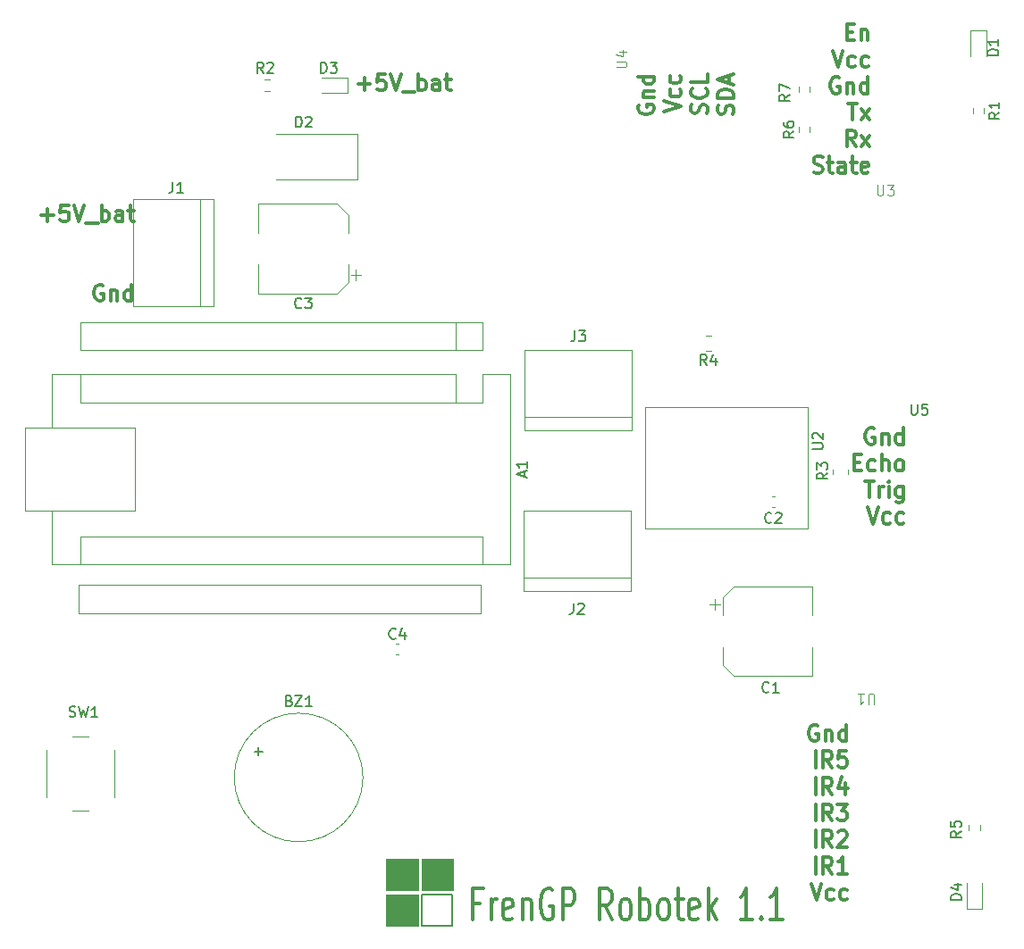
<source format=gbr>
%TF.GenerationSoftware,KiCad,Pcbnew,9.0.2*%
%TF.CreationDate,2025-06-10T12:02:56+02:00*%
%TF.ProjectId,FrenGP_robot,4672656e-4750-45f7-926f-626f742e6b69,rev?*%
%TF.SameCoordinates,Original*%
%TF.FileFunction,Legend,Top*%
%TF.FilePolarity,Positive*%
%FSLAX46Y46*%
G04 Gerber Fmt 4.6, Leading zero omitted, Abs format (unit mm)*
G04 Created by KiCad (PCBNEW 9.0.2) date 2025-06-10 12:02:56*
%MOMM*%
%LPD*%
G01*
G04 APERTURE LIST*
%ADD10C,0.100000*%
%ADD11C,0.200000*%
%ADD12C,0.300000*%
%ADD13C,0.150000*%
%ADD14C,0.120000*%
G04 APERTURE END LIST*
D10*
X63905000Y-108301200D02*
X66905000Y-108301200D01*
X66905000Y-111301200D01*
X63905000Y-111301200D01*
X63905000Y-108301200D01*
G36*
X63905000Y-108301200D02*
G01*
X66905000Y-108301200D01*
X66905000Y-111301200D01*
X63905000Y-111301200D01*
X63905000Y-108301200D01*
G37*
D11*
X67284600Y-108356400D02*
X70156200Y-108356400D01*
X70156200Y-111256400D01*
X67284600Y-111256400D01*
X67284600Y-108356400D01*
D10*
X67232400Y-104950000D02*
X70232400Y-104950000D01*
X70232400Y-107950000D01*
X67232400Y-107950000D01*
X67232400Y-104950000D01*
G36*
X67232400Y-104950000D02*
G01*
X70232400Y-104950000D01*
X70232400Y-107950000D01*
X67232400Y-107950000D01*
X67232400Y-104950000D01*
G37*
X63904000Y-104950000D02*
X66904000Y-104950000D01*
X66904000Y-107950000D01*
X63904000Y-107950000D01*
X63904000Y-104950000D01*
G36*
X63904000Y-104950000D02*
G01*
X66904000Y-104950000D01*
X66904000Y-107950000D01*
X63904000Y-107950000D01*
X63904000Y-104950000D01*
G37*
D12*
X72790425Y-109170828D02*
X72123758Y-109170828D01*
X72123758Y-110742257D02*
X72123758Y-107742257D01*
X72123758Y-107742257D02*
X73076139Y-107742257D01*
X73838044Y-110742257D02*
X73838044Y-108742257D01*
X73838044Y-109313685D02*
X73933282Y-109027971D01*
X73933282Y-109027971D02*
X74028520Y-108885114D01*
X74028520Y-108885114D02*
X74218996Y-108742257D01*
X74218996Y-108742257D02*
X74409473Y-108742257D01*
X75838044Y-110599400D02*
X75647568Y-110742257D01*
X75647568Y-110742257D02*
X75266615Y-110742257D01*
X75266615Y-110742257D02*
X75076139Y-110599400D01*
X75076139Y-110599400D02*
X74980901Y-110313685D01*
X74980901Y-110313685D02*
X74980901Y-109170828D01*
X74980901Y-109170828D02*
X75076139Y-108885114D01*
X75076139Y-108885114D02*
X75266615Y-108742257D01*
X75266615Y-108742257D02*
X75647568Y-108742257D01*
X75647568Y-108742257D02*
X75838044Y-108885114D01*
X75838044Y-108885114D02*
X75933282Y-109170828D01*
X75933282Y-109170828D02*
X75933282Y-109456542D01*
X75933282Y-109456542D02*
X74980901Y-109742257D01*
X76790425Y-108742257D02*
X76790425Y-110742257D01*
X76790425Y-109027971D02*
X76885663Y-108885114D01*
X76885663Y-108885114D02*
X77076139Y-108742257D01*
X77076139Y-108742257D02*
X77361854Y-108742257D01*
X77361854Y-108742257D02*
X77552330Y-108885114D01*
X77552330Y-108885114D02*
X77647568Y-109170828D01*
X77647568Y-109170828D02*
X77647568Y-110742257D01*
X79647568Y-107885114D02*
X79457092Y-107742257D01*
X79457092Y-107742257D02*
X79171378Y-107742257D01*
X79171378Y-107742257D02*
X78885663Y-107885114D01*
X78885663Y-107885114D02*
X78695187Y-108170828D01*
X78695187Y-108170828D02*
X78599949Y-108456542D01*
X78599949Y-108456542D02*
X78504711Y-109027971D01*
X78504711Y-109027971D02*
X78504711Y-109456542D01*
X78504711Y-109456542D02*
X78599949Y-110027971D01*
X78599949Y-110027971D02*
X78695187Y-110313685D01*
X78695187Y-110313685D02*
X78885663Y-110599400D01*
X78885663Y-110599400D02*
X79171378Y-110742257D01*
X79171378Y-110742257D02*
X79361854Y-110742257D01*
X79361854Y-110742257D02*
X79647568Y-110599400D01*
X79647568Y-110599400D02*
X79742806Y-110456542D01*
X79742806Y-110456542D02*
X79742806Y-109456542D01*
X79742806Y-109456542D02*
X79361854Y-109456542D01*
X80599949Y-110742257D02*
X80599949Y-107742257D01*
X80599949Y-107742257D02*
X81361854Y-107742257D01*
X81361854Y-107742257D02*
X81552330Y-107885114D01*
X81552330Y-107885114D02*
X81647568Y-108027971D01*
X81647568Y-108027971D02*
X81742806Y-108313685D01*
X81742806Y-108313685D02*
X81742806Y-108742257D01*
X81742806Y-108742257D02*
X81647568Y-109027971D01*
X81647568Y-109027971D02*
X81552330Y-109170828D01*
X81552330Y-109170828D02*
X81361854Y-109313685D01*
X81361854Y-109313685D02*
X80599949Y-109313685D01*
X85266616Y-110742257D02*
X84599949Y-109313685D01*
X84123759Y-110742257D02*
X84123759Y-107742257D01*
X84123759Y-107742257D02*
X84885664Y-107742257D01*
X84885664Y-107742257D02*
X85076140Y-107885114D01*
X85076140Y-107885114D02*
X85171378Y-108027971D01*
X85171378Y-108027971D02*
X85266616Y-108313685D01*
X85266616Y-108313685D02*
X85266616Y-108742257D01*
X85266616Y-108742257D02*
X85171378Y-109027971D01*
X85171378Y-109027971D02*
X85076140Y-109170828D01*
X85076140Y-109170828D02*
X84885664Y-109313685D01*
X84885664Y-109313685D02*
X84123759Y-109313685D01*
X86409473Y-110742257D02*
X86218997Y-110599400D01*
X86218997Y-110599400D02*
X86123759Y-110456542D01*
X86123759Y-110456542D02*
X86028521Y-110170828D01*
X86028521Y-110170828D02*
X86028521Y-109313685D01*
X86028521Y-109313685D02*
X86123759Y-109027971D01*
X86123759Y-109027971D02*
X86218997Y-108885114D01*
X86218997Y-108885114D02*
X86409473Y-108742257D01*
X86409473Y-108742257D02*
X86695188Y-108742257D01*
X86695188Y-108742257D02*
X86885664Y-108885114D01*
X86885664Y-108885114D02*
X86980902Y-109027971D01*
X86980902Y-109027971D02*
X87076140Y-109313685D01*
X87076140Y-109313685D02*
X87076140Y-110170828D01*
X87076140Y-110170828D02*
X86980902Y-110456542D01*
X86980902Y-110456542D02*
X86885664Y-110599400D01*
X86885664Y-110599400D02*
X86695188Y-110742257D01*
X86695188Y-110742257D02*
X86409473Y-110742257D01*
X87933283Y-110742257D02*
X87933283Y-107742257D01*
X87933283Y-108885114D02*
X88123759Y-108742257D01*
X88123759Y-108742257D02*
X88504712Y-108742257D01*
X88504712Y-108742257D02*
X88695188Y-108885114D01*
X88695188Y-108885114D02*
X88790426Y-109027971D01*
X88790426Y-109027971D02*
X88885664Y-109313685D01*
X88885664Y-109313685D02*
X88885664Y-110170828D01*
X88885664Y-110170828D02*
X88790426Y-110456542D01*
X88790426Y-110456542D02*
X88695188Y-110599400D01*
X88695188Y-110599400D02*
X88504712Y-110742257D01*
X88504712Y-110742257D02*
X88123759Y-110742257D01*
X88123759Y-110742257D02*
X87933283Y-110599400D01*
X90028521Y-110742257D02*
X89838045Y-110599400D01*
X89838045Y-110599400D02*
X89742807Y-110456542D01*
X89742807Y-110456542D02*
X89647569Y-110170828D01*
X89647569Y-110170828D02*
X89647569Y-109313685D01*
X89647569Y-109313685D02*
X89742807Y-109027971D01*
X89742807Y-109027971D02*
X89838045Y-108885114D01*
X89838045Y-108885114D02*
X90028521Y-108742257D01*
X90028521Y-108742257D02*
X90314236Y-108742257D01*
X90314236Y-108742257D02*
X90504712Y-108885114D01*
X90504712Y-108885114D02*
X90599950Y-109027971D01*
X90599950Y-109027971D02*
X90695188Y-109313685D01*
X90695188Y-109313685D02*
X90695188Y-110170828D01*
X90695188Y-110170828D02*
X90599950Y-110456542D01*
X90599950Y-110456542D02*
X90504712Y-110599400D01*
X90504712Y-110599400D02*
X90314236Y-110742257D01*
X90314236Y-110742257D02*
X90028521Y-110742257D01*
X91266617Y-108742257D02*
X92028521Y-108742257D01*
X91552331Y-107742257D02*
X91552331Y-110313685D01*
X91552331Y-110313685D02*
X91647569Y-110599400D01*
X91647569Y-110599400D02*
X91838045Y-110742257D01*
X91838045Y-110742257D02*
X92028521Y-110742257D01*
X93457093Y-110599400D02*
X93266617Y-110742257D01*
X93266617Y-110742257D02*
X92885664Y-110742257D01*
X92885664Y-110742257D02*
X92695188Y-110599400D01*
X92695188Y-110599400D02*
X92599950Y-110313685D01*
X92599950Y-110313685D02*
X92599950Y-109170828D01*
X92599950Y-109170828D02*
X92695188Y-108885114D01*
X92695188Y-108885114D02*
X92885664Y-108742257D01*
X92885664Y-108742257D02*
X93266617Y-108742257D01*
X93266617Y-108742257D02*
X93457093Y-108885114D01*
X93457093Y-108885114D02*
X93552331Y-109170828D01*
X93552331Y-109170828D02*
X93552331Y-109456542D01*
X93552331Y-109456542D02*
X92599950Y-109742257D01*
X94409474Y-110742257D02*
X94409474Y-107742257D01*
X94599950Y-109599400D02*
X95171379Y-110742257D01*
X95171379Y-108742257D02*
X94409474Y-109885114D01*
X98599951Y-110742257D02*
X97457094Y-110742257D01*
X98028522Y-110742257D02*
X98028522Y-107742257D01*
X98028522Y-107742257D02*
X97838046Y-108170828D01*
X97838046Y-108170828D02*
X97647570Y-108456542D01*
X97647570Y-108456542D02*
X97457094Y-108599400D01*
X99457094Y-110456542D02*
X99552332Y-110599400D01*
X99552332Y-110599400D02*
X99457094Y-110742257D01*
X99457094Y-110742257D02*
X99361856Y-110599400D01*
X99361856Y-110599400D02*
X99457094Y-110456542D01*
X99457094Y-110456542D02*
X99457094Y-110742257D01*
X101457094Y-110742257D02*
X100314237Y-110742257D01*
X100885665Y-110742257D02*
X100885665Y-107742257D01*
X100885665Y-107742257D02*
X100695189Y-108170828D01*
X100695189Y-108170828D02*
X100504713Y-108456542D01*
X100504713Y-108456542D02*
X100314237Y-108599400D01*
X104782803Y-92306293D02*
X104639946Y-92232007D01*
X104639946Y-92232007D02*
X104425660Y-92232007D01*
X104425660Y-92232007D02*
X104211374Y-92306293D01*
X104211374Y-92306293D02*
X104068517Y-92454864D01*
X104068517Y-92454864D02*
X103997088Y-92603436D01*
X103997088Y-92603436D02*
X103925660Y-92900579D01*
X103925660Y-92900579D02*
X103925660Y-93123436D01*
X103925660Y-93123436D02*
X103997088Y-93420579D01*
X103997088Y-93420579D02*
X104068517Y-93569150D01*
X104068517Y-93569150D02*
X104211374Y-93717722D01*
X104211374Y-93717722D02*
X104425660Y-93792007D01*
X104425660Y-93792007D02*
X104568517Y-93792007D01*
X104568517Y-93792007D02*
X104782803Y-93717722D01*
X104782803Y-93717722D02*
X104854231Y-93643436D01*
X104854231Y-93643436D02*
X104854231Y-93123436D01*
X104854231Y-93123436D02*
X104568517Y-93123436D01*
X105497088Y-92752007D02*
X105497088Y-93792007D01*
X105497088Y-92900579D02*
X105568517Y-92826293D01*
X105568517Y-92826293D02*
X105711374Y-92752007D01*
X105711374Y-92752007D02*
X105925660Y-92752007D01*
X105925660Y-92752007D02*
X106068517Y-92826293D01*
X106068517Y-92826293D02*
X106139946Y-92974864D01*
X106139946Y-92974864D02*
X106139946Y-93792007D01*
X107497089Y-93792007D02*
X107497089Y-92232007D01*
X107497089Y-93717722D02*
X107354231Y-93792007D01*
X107354231Y-93792007D02*
X107068517Y-93792007D01*
X107068517Y-93792007D02*
X106925660Y-93717722D01*
X106925660Y-93717722D02*
X106854231Y-93643436D01*
X106854231Y-93643436D02*
X106782803Y-93494864D01*
X106782803Y-93494864D02*
X106782803Y-93049150D01*
X106782803Y-93049150D02*
X106854231Y-92900579D01*
X106854231Y-92900579D02*
X106925660Y-92826293D01*
X106925660Y-92826293D02*
X107068517Y-92752007D01*
X107068517Y-92752007D02*
X107354231Y-92752007D01*
X107354231Y-92752007D02*
X107497089Y-92826293D01*
X104568517Y-96303520D02*
X104568517Y-94743520D01*
X106139946Y-96303520D02*
X105639946Y-95560663D01*
X105282803Y-96303520D02*
X105282803Y-94743520D01*
X105282803Y-94743520D02*
X105854232Y-94743520D01*
X105854232Y-94743520D02*
X105997089Y-94817806D01*
X105997089Y-94817806D02*
X106068518Y-94892092D01*
X106068518Y-94892092D02*
X106139946Y-95040663D01*
X106139946Y-95040663D02*
X106139946Y-95263520D01*
X106139946Y-95263520D02*
X106068518Y-95412092D01*
X106068518Y-95412092D02*
X105997089Y-95486377D01*
X105997089Y-95486377D02*
X105854232Y-95560663D01*
X105854232Y-95560663D02*
X105282803Y-95560663D01*
X107497089Y-94743520D02*
X106782803Y-94743520D01*
X106782803Y-94743520D02*
X106711375Y-95486377D01*
X106711375Y-95486377D02*
X106782803Y-95412092D01*
X106782803Y-95412092D02*
X106925661Y-95337806D01*
X106925661Y-95337806D02*
X107282803Y-95337806D01*
X107282803Y-95337806D02*
X107425661Y-95412092D01*
X107425661Y-95412092D02*
X107497089Y-95486377D01*
X107497089Y-95486377D02*
X107568518Y-95634949D01*
X107568518Y-95634949D02*
X107568518Y-96006377D01*
X107568518Y-96006377D02*
X107497089Y-96154949D01*
X107497089Y-96154949D02*
X107425661Y-96229235D01*
X107425661Y-96229235D02*
X107282803Y-96303520D01*
X107282803Y-96303520D02*
X106925661Y-96303520D01*
X106925661Y-96303520D02*
X106782803Y-96229235D01*
X106782803Y-96229235D02*
X106711375Y-96154949D01*
X104568517Y-98815033D02*
X104568517Y-97255033D01*
X106139946Y-98815033D02*
X105639946Y-98072176D01*
X105282803Y-98815033D02*
X105282803Y-97255033D01*
X105282803Y-97255033D02*
X105854232Y-97255033D01*
X105854232Y-97255033D02*
X105997089Y-97329319D01*
X105997089Y-97329319D02*
X106068518Y-97403605D01*
X106068518Y-97403605D02*
X106139946Y-97552176D01*
X106139946Y-97552176D02*
X106139946Y-97775033D01*
X106139946Y-97775033D02*
X106068518Y-97923605D01*
X106068518Y-97923605D02*
X105997089Y-97997890D01*
X105997089Y-97997890D02*
X105854232Y-98072176D01*
X105854232Y-98072176D02*
X105282803Y-98072176D01*
X107425661Y-97775033D02*
X107425661Y-98815033D01*
X107068518Y-97180748D02*
X106711375Y-98295033D01*
X106711375Y-98295033D02*
X107639946Y-98295033D01*
X104568517Y-101326546D02*
X104568517Y-99766546D01*
X106139946Y-101326546D02*
X105639946Y-100583689D01*
X105282803Y-101326546D02*
X105282803Y-99766546D01*
X105282803Y-99766546D02*
X105854232Y-99766546D01*
X105854232Y-99766546D02*
X105997089Y-99840832D01*
X105997089Y-99840832D02*
X106068518Y-99915118D01*
X106068518Y-99915118D02*
X106139946Y-100063689D01*
X106139946Y-100063689D02*
X106139946Y-100286546D01*
X106139946Y-100286546D02*
X106068518Y-100435118D01*
X106068518Y-100435118D02*
X105997089Y-100509403D01*
X105997089Y-100509403D02*
X105854232Y-100583689D01*
X105854232Y-100583689D02*
X105282803Y-100583689D01*
X106639946Y-99766546D02*
X107568518Y-99766546D01*
X107568518Y-99766546D02*
X107068518Y-100360832D01*
X107068518Y-100360832D02*
X107282803Y-100360832D01*
X107282803Y-100360832D02*
X107425661Y-100435118D01*
X107425661Y-100435118D02*
X107497089Y-100509403D01*
X107497089Y-100509403D02*
X107568518Y-100657975D01*
X107568518Y-100657975D02*
X107568518Y-101029403D01*
X107568518Y-101029403D02*
X107497089Y-101177975D01*
X107497089Y-101177975D02*
X107425661Y-101252261D01*
X107425661Y-101252261D02*
X107282803Y-101326546D01*
X107282803Y-101326546D02*
X106854232Y-101326546D01*
X106854232Y-101326546D02*
X106711375Y-101252261D01*
X106711375Y-101252261D02*
X106639946Y-101177975D01*
X104568517Y-103838059D02*
X104568517Y-102278059D01*
X106139946Y-103838059D02*
X105639946Y-103095202D01*
X105282803Y-103838059D02*
X105282803Y-102278059D01*
X105282803Y-102278059D02*
X105854232Y-102278059D01*
X105854232Y-102278059D02*
X105997089Y-102352345D01*
X105997089Y-102352345D02*
X106068518Y-102426631D01*
X106068518Y-102426631D02*
X106139946Y-102575202D01*
X106139946Y-102575202D02*
X106139946Y-102798059D01*
X106139946Y-102798059D02*
X106068518Y-102946631D01*
X106068518Y-102946631D02*
X105997089Y-103020916D01*
X105997089Y-103020916D02*
X105854232Y-103095202D01*
X105854232Y-103095202D02*
X105282803Y-103095202D01*
X106711375Y-102426631D02*
X106782803Y-102352345D01*
X106782803Y-102352345D02*
X106925661Y-102278059D01*
X106925661Y-102278059D02*
X107282803Y-102278059D01*
X107282803Y-102278059D02*
X107425661Y-102352345D01*
X107425661Y-102352345D02*
X107497089Y-102426631D01*
X107497089Y-102426631D02*
X107568518Y-102575202D01*
X107568518Y-102575202D02*
X107568518Y-102723774D01*
X107568518Y-102723774D02*
X107497089Y-102946631D01*
X107497089Y-102946631D02*
X106639946Y-103838059D01*
X106639946Y-103838059D02*
X107568518Y-103838059D01*
X104568517Y-106349572D02*
X104568517Y-104789572D01*
X106139946Y-106349572D02*
X105639946Y-105606715D01*
X105282803Y-106349572D02*
X105282803Y-104789572D01*
X105282803Y-104789572D02*
X105854232Y-104789572D01*
X105854232Y-104789572D02*
X105997089Y-104863858D01*
X105997089Y-104863858D02*
X106068518Y-104938144D01*
X106068518Y-104938144D02*
X106139946Y-105086715D01*
X106139946Y-105086715D02*
X106139946Y-105309572D01*
X106139946Y-105309572D02*
X106068518Y-105458144D01*
X106068518Y-105458144D02*
X105997089Y-105532429D01*
X105997089Y-105532429D02*
X105854232Y-105606715D01*
X105854232Y-105606715D02*
X105282803Y-105606715D01*
X107568518Y-106349572D02*
X106711375Y-106349572D01*
X107139946Y-106349572D02*
X107139946Y-104789572D01*
X107139946Y-104789572D02*
X106997089Y-105012429D01*
X106997089Y-105012429D02*
X106854232Y-105161001D01*
X106854232Y-105161001D02*
X106711375Y-105235287D01*
X104139947Y-107301085D02*
X104639947Y-108861085D01*
X104639947Y-108861085D02*
X105139947Y-107301085D01*
X106282804Y-108786800D02*
X106139946Y-108861085D01*
X106139946Y-108861085D02*
X105854232Y-108861085D01*
X105854232Y-108861085D02*
X105711375Y-108786800D01*
X105711375Y-108786800D02*
X105639946Y-108712514D01*
X105639946Y-108712514D02*
X105568518Y-108563942D01*
X105568518Y-108563942D02*
X105568518Y-108118228D01*
X105568518Y-108118228D02*
X105639946Y-107969657D01*
X105639946Y-107969657D02*
X105711375Y-107895371D01*
X105711375Y-107895371D02*
X105854232Y-107821085D01*
X105854232Y-107821085D02*
X106139946Y-107821085D01*
X106139946Y-107821085D02*
X106282804Y-107895371D01*
X107568518Y-108786800D02*
X107425660Y-108861085D01*
X107425660Y-108861085D02*
X107139946Y-108861085D01*
X107139946Y-108861085D02*
X106997089Y-108786800D01*
X106997089Y-108786800D02*
X106925660Y-108712514D01*
X106925660Y-108712514D02*
X106854232Y-108563942D01*
X106854232Y-108563942D02*
X106854232Y-108118228D01*
X106854232Y-108118228D02*
X106925660Y-107969657D01*
X106925660Y-107969657D02*
X106997089Y-107895371D01*
X106997089Y-107895371D02*
X107139946Y-107821085D01*
X107139946Y-107821085D02*
X107425660Y-107821085D01*
X107425660Y-107821085D02*
X107568518Y-107895371D01*
X61232060Y-31482600D02*
X62374918Y-31482600D01*
X61803489Y-32076885D02*
X61803489Y-30888314D01*
X63803489Y-30516885D02*
X63089203Y-30516885D01*
X63089203Y-30516885D02*
X63017775Y-31259742D01*
X63017775Y-31259742D02*
X63089203Y-31185457D01*
X63089203Y-31185457D02*
X63232061Y-31111171D01*
X63232061Y-31111171D02*
X63589203Y-31111171D01*
X63589203Y-31111171D02*
X63732061Y-31185457D01*
X63732061Y-31185457D02*
X63803489Y-31259742D01*
X63803489Y-31259742D02*
X63874918Y-31408314D01*
X63874918Y-31408314D02*
X63874918Y-31779742D01*
X63874918Y-31779742D02*
X63803489Y-31928314D01*
X63803489Y-31928314D02*
X63732061Y-32002600D01*
X63732061Y-32002600D02*
X63589203Y-32076885D01*
X63589203Y-32076885D02*
X63232061Y-32076885D01*
X63232061Y-32076885D02*
X63089203Y-32002600D01*
X63089203Y-32002600D02*
X63017775Y-31928314D01*
X64303489Y-30516885D02*
X64803489Y-32076885D01*
X64803489Y-32076885D02*
X65303489Y-30516885D01*
X65446346Y-32225457D02*
X66589203Y-32225457D01*
X66946345Y-32076885D02*
X66946345Y-30516885D01*
X66946345Y-31111171D02*
X67089203Y-31036885D01*
X67089203Y-31036885D02*
X67374917Y-31036885D01*
X67374917Y-31036885D02*
X67517774Y-31111171D01*
X67517774Y-31111171D02*
X67589203Y-31185457D01*
X67589203Y-31185457D02*
X67660631Y-31334028D01*
X67660631Y-31334028D02*
X67660631Y-31779742D01*
X67660631Y-31779742D02*
X67589203Y-31928314D01*
X67589203Y-31928314D02*
X67517774Y-32002600D01*
X67517774Y-32002600D02*
X67374917Y-32076885D01*
X67374917Y-32076885D02*
X67089203Y-32076885D01*
X67089203Y-32076885D02*
X66946345Y-32002600D01*
X68946346Y-32076885D02*
X68946346Y-31259742D01*
X68946346Y-31259742D02*
X68874917Y-31111171D01*
X68874917Y-31111171D02*
X68732060Y-31036885D01*
X68732060Y-31036885D02*
X68446346Y-31036885D01*
X68446346Y-31036885D02*
X68303488Y-31111171D01*
X68946346Y-32002600D02*
X68803488Y-32076885D01*
X68803488Y-32076885D02*
X68446346Y-32076885D01*
X68446346Y-32076885D02*
X68303488Y-32002600D01*
X68303488Y-32002600D02*
X68232060Y-31854028D01*
X68232060Y-31854028D02*
X68232060Y-31705457D01*
X68232060Y-31705457D02*
X68303488Y-31556885D01*
X68303488Y-31556885D02*
X68446346Y-31482600D01*
X68446346Y-31482600D02*
X68803488Y-31482600D01*
X68803488Y-31482600D02*
X68946346Y-31408314D01*
X69446346Y-31036885D02*
X70017774Y-31036885D01*
X69660631Y-30516885D02*
X69660631Y-31854028D01*
X69660631Y-31854028D02*
X69732060Y-32002600D01*
X69732060Y-32002600D02*
X69874917Y-32076885D01*
X69874917Y-32076885D02*
X70017774Y-32076885D01*
X31209260Y-43912461D02*
X32352118Y-43912461D01*
X31780689Y-44506746D02*
X31780689Y-43318175D01*
X33780689Y-42946746D02*
X33066403Y-42946746D01*
X33066403Y-42946746D02*
X32994975Y-43689603D01*
X32994975Y-43689603D02*
X33066403Y-43615318D01*
X33066403Y-43615318D02*
X33209261Y-43541032D01*
X33209261Y-43541032D02*
X33566403Y-43541032D01*
X33566403Y-43541032D02*
X33709261Y-43615318D01*
X33709261Y-43615318D02*
X33780689Y-43689603D01*
X33780689Y-43689603D02*
X33852118Y-43838175D01*
X33852118Y-43838175D02*
X33852118Y-44209603D01*
X33852118Y-44209603D02*
X33780689Y-44358175D01*
X33780689Y-44358175D02*
X33709261Y-44432461D01*
X33709261Y-44432461D02*
X33566403Y-44506746D01*
X33566403Y-44506746D02*
X33209261Y-44506746D01*
X33209261Y-44506746D02*
X33066403Y-44432461D01*
X33066403Y-44432461D02*
X32994975Y-44358175D01*
X34280689Y-42946746D02*
X34780689Y-44506746D01*
X34780689Y-44506746D02*
X35280689Y-42946746D01*
X35423546Y-44655318D02*
X36566403Y-44655318D01*
X36923545Y-44506746D02*
X36923545Y-42946746D01*
X36923545Y-43541032D02*
X37066403Y-43466746D01*
X37066403Y-43466746D02*
X37352117Y-43466746D01*
X37352117Y-43466746D02*
X37494974Y-43541032D01*
X37494974Y-43541032D02*
X37566403Y-43615318D01*
X37566403Y-43615318D02*
X37637831Y-43763889D01*
X37637831Y-43763889D02*
X37637831Y-44209603D01*
X37637831Y-44209603D02*
X37566403Y-44358175D01*
X37566403Y-44358175D02*
X37494974Y-44432461D01*
X37494974Y-44432461D02*
X37352117Y-44506746D01*
X37352117Y-44506746D02*
X37066403Y-44506746D01*
X37066403Y-44506746D02*
X36923545Y-44432461D01*
X38923546Y-44506746D02*
X38923546Y-43689603D01*
X38923546Y-43689603D02*
X38852117Y-43541032D01*
X38852117Y-43541032D02*
X38709260Y-43466746D01*
X38709260Y-43466746D02*
X38423546Y-43466746D01*
X38423546Y-43466746D02*
X38280688Y-43541032D01*
X38923546Y-44432461D02*
X38780688Y-44506746D01*
X38780688Y-44506746D02*
X38423546Y-44506746D01*
X38423546Y-44506746D02*
X38280688Y-44432461D01*
X38280688Y-44432461D02*
X38209260Y-44283889D01*
X38209260Y-44283889D02*
X38209260Y-44135318D01*
X38209260Y-44135318D02*
X38280688Y-43986746D01*
X38280688Y-43986746D02*
X38423546Y-43912461D01*
X38423546Y-43912461D02*
X38780688Y-43912461D01*
X38780688Y-43912461D02*
X38923546Y-43838175D01*
X39423546Y-43466746D02*
X39994974Y-43466746D01*
X39637831Y-42946746D02*
X39637831Y-44283889D01*
X39637831Y-44283889D02*
X39709260Y-44432461D01*
X39709260Y-44432461D02*
X39852117Y-44506746D01*
X39852117Y-44506746D02*
X39994974Y-44506746D01*
X37066403Y-50555571D02*
X36923546Y-50481285D01*
X36923546Y-50481285D02*
X36709260Y-50481285D01*
X36709260Y-50481285D02*
X36494974Y-50555571D01*
X36494974Y-50555571D02*
X36352117Y-50704142D01*
X36352117Y-50704142D02*
X36280688Y-50852714D01*
X36280688Y-50852714D02*
X36209260Y-51149857D01*
X36209260Y-51149857D02*
X36209260Y-51372714D01*
X36209260Y-51372714D02*
X36280688Y-51669857D01*
X36280688Y-51669857D02*
X36352117Y-51818428D01*
X36352117Y-51818428D02*
X36494974Y-51967000D01*
X36494974Y-51967000D02*
X36709260Y-52041285D01*
X36709260Y-52041285D02*
X36852117Y-52041285D01*
X36852117Y-52041285D02*
X37066403Y-51967000D01*
X37066403Y-51967000D02*
X37137831Y-51892714D01*
X37137831Y-51892714D02*
X37137831Y-51372714D01*
X37137831Y-51372714D02*
X36852117Y-51372714D01*
X37780688Y-51001285D02*
X37780688Y-52041285D01*
X37780688Y-51149857D02*
X37852117Y-51075571D01*
X37852117Y-51075571D02*
X37994974Y-51001285D01*
X37994974Y-51001285D02*
X38209260Y-51001285D01*
X38209260Y-51001285D02*
X38352117Y-51075571D01*
X38352117Y-51075571D02*
X38423546Y-51224142D01*
X38423546Y-51224142D02*
X38423546Y-52041285D01*
X39780689Y-52041285D02*
X39780689Y-50481285D01*
X39780689Y-51967000D02*
X39637831Y-52041285D01*
X39637831Y-52041285D02*
X39352117Y-52041285D01*
X39352117Y-52041285D02*
X39209260Y-51967000D01*
X39209260Y-51967000D02*
X39137831Y-51892714D01*
X39137831Y-51892714D02*
X39066403Y-51744142D01*
X39066403Y-51744142D02*
X39066403Y-51298428D01*
X39066403Y-51298428D02*
X39137831Y-51149857D01*
X39137831Y-51149857D02*
X39209260Y-51075571D01*
X39209260Y-51075571D02*
X39352117Y-51001285D01*
X39352117Y-51001285D02*
X39637831Y-51001285D01*
X39637831Y-51001285D02*
X39780689Y-51075571D01*
D10*
X110413895Y-41037219D02*
X110413895Y-41846742D01*
X110413895Y-41846742D02*
X110461514Y-41941980D01*
X110461514Y-41941980D02*
X110509133Y-41989600D01*
X110509133Y-41989600D02*
X110604371Y-42037219D01*
X110604371Y-42037219D02*
X110794847Y-42037219D01*
X110794847Y-42037219D02*
X110890085Y-41989600D01*
X110890085Y-41989600D02*
X110937704Y-41941980D01*
X110937704Y-41941980D02*
X110985323Y-41846742D01*
X110985323Y-41846742D02*
X110985323Y-41037219D01*
X111366276Y-41037219D02*
X111985323Y-41037219D01*
X111985323Y-41037219D02*
X111651990Y-41418171D01*
X111651990Y-41418171D02*
X111794847Y-41418171D01*
X111794847Y-41418171D02*
X111890085Y-41465790D01*
X111890085Y-41465790D02*
X111937704Y-41513409D01*
X111937704Y-41513409D02*
X111985323Y-41608647D01*
X111985323Y-41608647D02*
X111985323Y-41846742D01*
X111985323Y-41846742D02*
X111937704Y-41941980D01*
X111937704Y-41941980D02*
X111890085Y-41989600D01*
X111890085Y-41989600D02*
X111794847Y-42037219D01*
X111794847Y-42037219D02*
X111509133Y-42037219D01*
X111509133Y-42037219D02*
X111413895Y-41989600D01*
X111413895Y-41989600D02*
X111366276Y-41941980D01*
D12*
X107529088Y-26533377D02*
X108029088Y-26533377D01*
X108243374Y-27350520D02*
X107529088Y-27350520D01*
X107529088Y-27350520D02*
X107529088Y-25790520D01*
X107529088Y-25790520D02*
X108243374Y-25790520D01*
X108886231Y-26310520D02*
X108886231Y-27350520D01*
X108886231Y-26459092D02*
X108957660Y-26384806D01*
X108957660Y-26384806D02*
X109100517Y-26310520D01*
X109100517Y-26310520D02*
X109314803Y-26310520D01*
X109314803Y-26310520D02*
X109457660Y-26384806D01*
X109457660Y-26384806D02*
X109529089Y-26533377D01*
X109529089Y-26533377D02*
X109529089Y-27350520D01*
X106171947Y-28302033D02*
X106671947Y-29862033D01*
X106671947Y-29862033D02*
X107171947Y-28302033D01*
X108314804Y-29787748D02*
X108171946Y-29862033D01*
X108171946Y-29862033D02*
X107886232Y-29862033D01*
X107886232Y-29862033D02*
X107743375Y-29787748D01*
X107743375Y-29787748D02*
X107671946Y-29713462D01*
X107671946Y-29713462D02*
X107600518Y-29564890D01*
X107600518Y-29564890D02*
X107600518Y-29119176D01*
X107600518Y-29119176D02*
X107671946Y-28970605D01*
X107671946Y-28970605D02*
X107743375Y-28896319D01*
X107743375Y-28896319D02*
X107886232Y-28822033D01*
X107886232Y-28822033D02*
X108171946Y-28822033D01*
X108171946Y-28822033D02*
X108314804Y-28896319D01*
X109600518Y-29787748D02*
X109457660Y-29862033D01*
X109457660Y-29862033D02*
X109171946Y-29862033D01*
X109171946Y-29862033D02*
X109029089Y-29787748D01*
X109029089Y-29787748D02*
X108957660Y-29713462D01*
X108957660Y-29713462D02*
X108886232Y-29564890D01*
X108886232Y-29564890D02*
X108886232Y-29119176D01*
X108886232Y-29119176D02*
X108957660Y-28970605D01*
X108957660Y-28970605D02*
X109029089Y-28896319D01*
X109029089Y-28896319D02*
X109171946Y-28822033D01*
X109171946Y-28822033D02*
X109457660Y-28822033D01*
X109457660Y-28822033D02*
X109600518Y-28896319D01*
X106814803Y-30887832D02*
X106671946Y-30813546D01*
X106671946Y-30813546D02*
X106457660Y-30813546D01*
X106457660Y-30813546D02*
X106243374Y-30887832D01*
X106243374Y-30887832D02*
X106100517Y-31036403D01*
X106100517Y-31036403D02*
X106029088Y-31184975D01*
X106029088Y-31184975D02*
X105957660Y-31482118D01*
X105957660Y-31482118D02*
X105957660Y-31704975D01*
X105957660Y-31704975D02*
X106029088Y-32002118D01*
X106029088Y-32002118D02*
X106100517Y-32150689D01*
X106100517Y-32150689D02*
X106243374Y-32299261D01*
X106243374Y-32299261D02*
X106457660Y-32373546D01*
X106457660Y-32373546D02*
X106600517Y-32373546D01*
X106600517Y-32373546D02*
X106814803Y-32299261D01*
X106814803Y-32299261D02*
X106886231Y-32224975D01*
X106886231Y-32224975D02*
X106886231Y-31704975D01*
X106886231Y-31704975D02*
X106600517Y-31704975D01*
X107529088Y-31333546D02*
X107529088Y-32373546D01*
X107529088Y-31482118D02*
X107600517Y-31407832D01*
X107600517Y-31407832D02*
X107743374Y-31333546D01*
X107743374Y-31333546D02*
X107957660Y-31333546D01*
X107957660Y-31333546D02*
X108100517Y-31407832D01*
X108100517Y-31407832D02*
X108171946Y-31556403D01*
X108171946Y-31556403D02*
X108171946Y-32373546D01*
X109529089Y-32373546D02*
X109529089Y-30813546D01*
X109529089Y-32299261D02*
X109386231Y-32373546D01*
X109386231Y-32373546D02*
X109100517Y-32373546D01*
X109100517Y-32373546D02*
X108957660Y-32299261D01*
X108957660Y-32299261D02*
X108886231Y-32224975D01*
X108886231Y-32224975D02*
X108814803Y-32076403D01*
X108814803Y-32076403D02*
X108814803Y-31630689D01*
X108814803Y-31630689D02*
X108886231Y-31482118D01*
X108886231Y-31482118D02*
X108957660Y-31407832D01*
X108957660Y-31407832D02*
X109100517Y-31333546D01*
X109100517Y-31333546D02*
X109386231Y-31333546D01*
X109386231Y-31333546D02*
X109529089Y-31407832D01*
X107671946Y-33325059D02*
X108529089Y-33325059D01*
X108100517Y-34885059D02*
X108100517Y-33325059D01*
X108886231Y-34885059D02*
X109671946Y-33845059D01*
X108886231Y-33845059D02*
X109671946Y-34885059D01*
X108386231Y-37396572D02*
X107886231Y-36653715D01*
X107529088Y-37396572D02*
X107529088Y-35836572D01*
X107529088Y-35836572D02*
X108100517Y-35836572D01*
X108100517Y-35836572D02*
X108243374Y-35910858D01*
X108243374Y-35910858D02*
X108314803Y-35985144D01*
X108314803Y-35985144D02*
X108386231Y-36133715D01*
X108386231Y-36133715D02*
X108386231Y-36356572D01*
X108386231Y-36356572D02*
X108314803Y-36505144D01*
X108314803Y-36505144D02*
X108243374Y-36579429D01*
X108243374Y-36579429D02*
X108100517Y-36653715D01*
X108100517Y-36653715D02*
X107529088Y-36653715D01*
X108886231Y-37396572D02*
X109671946Y-36356572D01*
X108886231Y-36356572D02*
X109671946Y-37396572D01*
X104386232Y-39833800D02*
X104600518Y-39908085D01*
X104600518Y-39908085D02*
X104957660Y-39908085D01*
X104957660Y-39908085D02*
X105100518Y-39833800D01*
X105100518Y-39833800D02*
X105171946Y-39759514D01*
X105171946Y-39759514D02*
X105243375Y-39610942D01*
X105243375Y-39610942D02*
X105243375Y-39462371D01*
X105243375Y-39462371D02*
X105171946Y-39313800D01*
X105171946Y-39313800D02*
X105100518Y-39239514D01*
X105100518Y-39239514D02*
X104957660Y-39165228D01*
X104957660Y-39165228D02*
X104671946Y-39090942D01*
X104671946Y-39090942D02*
X104529089Y-39016657D01*
X104529089Y-39016657D02*
X104457660Y-38942371D01*
X104457660Y-38942371D02*
X104386232Y-38793800D01*
X104386232Y-38793800D02*
X104386232Y-38645228D01*
X104386232Y-38645228D02*
X104457660Y-38496657D01*
X104457660Y-38496657D02*
X104529089Y-38422371D01*
X104529089Y-38422371D02*
X104671946Y-38348085D01*
X104671946Y-38348085D02*
X105029089Y-38348085D01*
X105029089Y-38348085D02*
X105243375Y-38422371D01*
X105671946Y-38868085D02*
X106243374Y-38868085D01*
X105886231Y-38348085D02*
X105886231Y-39685228D01*
X105886231Y-39685228D02*
X105957660Y-39833800D01*
X105957660Y-39833800D02*
X106100517Y-39908085D01*
X106100517Y-39908085D02*
X106243374Y-39908085D01*
X107386232Y-39908085D02*
X107386232Y-39090942D01*
X107386232Y-39090942D02*
X107314803Y-38942371D01*
X107314803Y-38942371D02*
X107171946Y-38868085D01*
X107171946Y-38868085D02*
X106886232Y-38868085D01*
X106886232Y-38868085D02*
X106743374Y-38942371D01*
X107386232Y-39833800D02*
X107243374Y-39908085D01*
X107243374Y-39908085D02*
X106886232Y-39908085D01*
X106886232Y-39908085D02*
X106743374Y-39833800D01*
X106743374Y-39833800D02*
X106671946Y-39685228D01*
X106671946Y-39685228D02*
X106671946Y-39536657D01*
X106671946Y-39536657D02*
X106743374Y-39388085D01*
X106743374Y-39388085D02*
X106886232Y-39313800D01*
X106886232Y-39313800D02*
X107243374Y-39313800D01*
X107243374Y-39313800D02*
X107386232Y-39239514D01*
X107886232Y-38868085D02*
X108457660Y-38868085D01*
X108100517Y-38348085D02*
X108100517Y-39685228D01*
X108100517Y-39685228D02*
X108171946Y-39833800D01*
X108171946Y-39833800D02*
X108314803Y-39908085D01*
X108314803Y-39908085D02*
X108457660Y-39908085D01*
X109529089Y-39833800D02*
X109386232Y-39908085D01*
X109386232Y-39908085D02*
X109100518Y-39908085D01*
X109100518Y-39908085D02*
X108957660Y-39833800D01*
X108957660Y-39833800D02*
X108886232Y-39685228D01*
X108886232Y-39685228D02*
X108886232Y-39090942D01*
X108886232Y-39090942D02*
X108957660Y-38942371D01*
X108957660Y-38942371D02*
X109100518Y-38868085D01*
X109100518Y-38868085D02*
X109386232Y-38868085D01*
X109386232Y-38868085D02*
X109529089Y-38942371D01*
X109529089Y-38942371D02*
X109600518Y-39090942D01*
X109600518Y-39090942D02*
X109600518Y-39239514D01*
X109600518Y-39239514D02*
X108886232Y-39388085D01*
D13*
X121978819Y-34166666D02*
X121502628Y-34499999D01*
X121978819Y-34738094D02*
X120978819Y-34738094D01*
X120978819Y-34738094D02*
X120978819Y-34357142D01*
X120978819Y-34357142D02*
X121026438Y-34261904D01*
X121026438Y-34261904D02*
X121074057Y-34214285D01*
X121074057Y-34214285D02*
X121169295Y-34166666D01*
X121169295Y-34166666D02*
X121312152Y-34166666D01*
X121312152Y-34166666D02*
X121407390Y-34214285D01*
X121407390Y-34214285D02*
X121455009Y-34261904D01*
X121455009Y-34261904D02*
X121502628Y-34357142D01*
X121502628Y-34357142D02*
X121502628Y-34738094D01*
X121978819Y-33214285D02*
X121978819Y-33785713D01*
X121978819Y-33499999D02*
X120978819Y-33499999D01*
X120978819Y-33499999D02*
X121121676Y-33595237D01*
X121121676Y-33595237D02*
X121216914Y-33690475D01*
X121216914Y-33690475D02*
X121264533Y-33785713D01*
X100137933Y-89081780D02*
X100090314Y-89129400D01*
X100090314Y-89129400D02*
X99947457Y-89177019D01*
X99947457Y-89177019D02*
X99852219Y-89177019D01*
X99852219Y-89177019D02*
X99709362Y-89129400D01*
X99709362Y-89129400D02*
X99614124Y-89034161D01*
X99614124Y-89034161D02*
X99566505Y-88938923D01*
X99566505Y-88938923D02*
X99518886Y-88748447D01*
X99518886Y-88748447D02*
X99518886Y-88605590D01*
X99518886Y-88605590D02*
X99566505Y-88415114D01*
X99566505Y-88415114D02*
X99614124Y-88319876D01*
X99614124Y-88319876D02*
X99709362Y-88224638D01*
X99709362Y-88224638D02*
X99852219Y-88177019D01*
X99852219Y-88177019D02*
X99947457Y-88177019D01*
X99947457Y-88177019D02*
X100090314Y-88224638D01*
X100090314Y-88224638D02*
X100137933Y-88272257D01*
X101090314Y-89177019D02*
X100518886Y-89177019D01*
X100804600Y-89177019D02*
X100804600Y-88177019D01*
X100804600Y-88177019D02*
X100709362Y-88319876D01*
X100709362Y-88319876D02*
X100614124Y-88415114D01*
X100614124Y-88415114D02*
X100518886Y-88462733D01*
X55863733Y-52651180D02*
X55816114Y-52698800D01*
X55816114Y-52698800D02*
X55673257Y-52746419D01*
X55673257Y-52746419D02*
X55578019Y-52746419D01*
X55578019Y-52746419D02*
X55435162Y-52698800D01*
X55435162Y-52698800D02*
X55339924Y-52603561D01*
X55339924Y-52603561D02*
X55292305Y-52508323D01*
X55292305Y-52508323D02*
X55244686Y-52317847D01*
X55244686Y-52317847D02*
X55244686Y-52174990D01*
X55244686Y-52174990D02*
X55292305Y-51984514D01*
X55292305Y-51984514D02*
X55339924Y-51889276D01*
X55339924Y-51889276D02*
X55435162Y-51794038D01*
X55435162Y-51794038D02*
X55578019Y-51746419D01*
X55578019Y-51746419D02*
X55673257Y-51746419D01*
X55673257Y-51746419D02*
X55816114Y-51794038D01*
X55816114Y-51794038D02*
X55863733Y-51841657D01*
X56197067Y-51746419D02*
X56816114Y-51746419D01*
X56816114Y-51746419D02*
X56482781Y-52127371D01*
X56482781Y-52127371D02*
X56625638Y-52127371D01*
X56625638Y-52127371D02*
X56720876Y-52174990D01*
X56720876Y-52174990D02*
X56768495Y-52222609D01*
X56768495Y-52222609D02*
X56816114Y-52317847D01*
X56816114Y-52317847D02*
X56816114Y-52555942D01*
X56816114Y-52555942D02*
X56768495Y-52651180D01*
X56768495Y-52651180D02*
X56720876Y-52698800D01*
X56720876Y-52698800D02*
X56625638Y-52746419D01*
X56625638Y-52746419D02*
X56339924Y-52746419D01*
X56339924Y-52746419D02*
X56244686Y-52698800D01*
X56244686Y-52698800D02*
X56197067Y-52651180D01*
X55319705Y-35557619D02*
X55319705Y-34557619D01*
X55319705Y-34557619D02*
X55557800Y-34557619D01*
X55557800Y-34557619D02*
X55700657Y-34605238D01*
X55700657Y-34605238D02*
X55795895Y-34700476D01*
X55795895Y-34700476D02*
X55843514Y-34795714D01*
X55843514Y-34795714D02*
X55891133Y-34986190D01*
X55891133Y-34986190D02*
X55891133Y-35129047D01*
X55891133Y-35129047D02*
X55843514Y-35319523D01*
X55843514Y-35319523D02*
X55795895Y-35414761D01*
X55795895Y-35414761D02*
X55700657Y-35510000D01*
X55700657Y-35510000D02*
X55557800Y-35557619D01*
X55557800Y-35557619D02*
X55319705Y-35557619D01*
X56272086Y-34652857D02*
X56319705Y-34605238D01*
X56319705Y-34605238D02*
X56414943Y-34557619D01*
X56414943Y-34557619D02*
X56653038Y-34557619D01*
X56653038Y-34557619D02*
X56748276Y-34605238D01*
X56748276Y-34605238D02*
X56795895Y-34652857D01*
X56795895Y-34652857D02*
X56843514Y-34748095D01*
X56843514Y-34748095D02*
X56843514Y-34843333D01*
X56843514Y-34843333D02*
X56795895Y-34986190D01*
X56795895Y-34986190D02*
X56224467Y-35557619D01*
X56224467Y-35557619D02*
X56843514Y-35557619D01*
X94254533Y-58137219D02*
X93921200Y-57661028D01*
X93683105Y-58137219D02*
X93683105Y-57137219D01*
X93683105Y-57137219D02*
X94064057Y-57137219D01*
X94064057Y-57137219D02*
X94159295Y-57184838D01*
X94159295Y-57184838D02*
X94206914Y-57232457D01*
X94206914Y-57232457D02*
X94254533Y-57327695D01*
X94254533Y-57327695D02*
X94254533Y-57470552D01*
X94254533Y-57470552D02*
X94206914Y-57565790D01*
X94206914Y-57565790D02*
X94159295Y-57613409D01*
X94159295Y-57613409D02*
X94064057Y-57661028D01*
X94064057Y-57661028D02*
X93683105Y-57661028D01*
X95111676Y-57470552D02*
X95111676Y-58137219D01*
X94873581Y-57089600D02*
X94635486Y-57803885D01*
X94635486Y-57803885D02*
X95254533Y-57803885D01*
X33871067Y-91440800D02*
X34013924Y-91488419D01*
X34013924Y-91488419D02*
X34252019Y-91488419D01*
X34252019Y-91488419D02*
X34347257Y-91440800D01*
X34347257Y-91440800D02*
X34394876Y-91393180D01*
X34394876Y-91393180D02*
X34442495Y-91297942D01*
X34442495Y-91297942D02*
X34442495Y-91202704D01*
X34442495Y-91202704D02*
X34394876Y-91107466D01*
X34394876Y-91107466D02*
X34347257Y-91059847D01*
X34347257Y-91059847D02*
X34252019Y-91012228D01*
X34252019Y-91012228D02*
X34061543Y-90964609D01*
X34061543Y-90964609D02*
X33966305Y-90916990D01*
X33966305Y-90916990D02*
X33918686Y-90869371D01*
X33918686Y-90869371D02*
X33871067Y-90774133D01*
X33871067Y-90774133D02*
X33871067Y-90678895D01*
X33871067Y-90678895D02*
X33918686Y-90583657D01*
X33918686Y-90583657D02*
X33966305Y-90536038D01*
X33966305Y-90536038D02*
X34061543Y-90488419D01*
X34061543Y-90488419D02*
X34299638Y-90488419D01*
X34299638Y-90488419D02*
X34442495Y-90536038D01*
X34775829Y-90488419D02*
X35013924Y-91488419D01*
X35013924Y-91488419D02*
X35204400Y-90774133D01*
X35204400Y-90774133D02*
X35394876Y-91488419D01*
X35394876Y-91488419D02*
X35632972Y-90488419D01*
X36537733Y-91488419D02*
X35966305Y-91488419D01*
X36252019Y-91488419D02*
X36252019Y-90488419D01*
X36252019Y-90488419D02*
X36156781Y-90631276D01*
X36156781Y-90631276D02*
X36061543Y-90726514D01*
X36061543Y-90726514D02*
X35966305Y-90774133D01*
X118387019Y-108840494D02*
X117387019Y-108840494D01*
X117387019Y-108840494D02*
X117387019Y-108602399D01*
X117387019Y-108602399D02*
X117434638Y-108459542D01*
X117434638Y-108459542D02*
X117529876Y-108364304D01*
X117529876Y-108364304D02*
X117625114Y-108316685D01*
X117625114Y-108316685D02*
X117815590Y-108269066D01*
X117815590Y-108269066D02*
X117958447Y-108269066D01*
X117958447Y-108269066D02*
X118148923Y-108316685D01*
X118148923Y-108316685D02*
X118244161Y-108364304D01*
X118244161Y-108364304D02*
X118339400Y-108459542D01*
X118339400Y-108459542D02*
X118387019Y-108602399D01*
X118387019Y-108602399D02*
X118387019Y-108840494D01*
X117720352Y-107411923D02*
X118387019Y-107411923D01*
X117339400Y-107650018D02*
X118053685Y-107888113D01*
X118053685Y-107888113D02*
X118053685Y-107269066D01*
X113639695Y-61837219D02*
X113639695Y-62646742D01*
X113639695Y-62646742D02*
X113687314Y-62741980D01*
X113687314Y-62741980D02*
X113734933Y-62789600D01*
X113734933Y-62789600D02*
X113830171Y-62837219D01*
X113830171Y-62837219D02*
X114020647Y-62837219D01*
X114020647Y-62837219D02*
X114115885Y-62789600D01*
X114115885Y-62789600D02*
X114163504Y-62741980D01*
X114163504Y-62741980D02*
X114211123Y-62646742D01*
X114211123Y-62646742D02*
X114211123Y-61837219D01*
X115163504Y-61837219D02*
X114687314Y-61837219D01*
X114687314Y-61837219D02*
X114639695Y-62313409D01*
X114639695Y-62313409D02*
X114687314Y-62265790D01*
X114687314Y-62265790D02*
X114782552Y-62218171D01*
X114782552Y-62218171D02*
X115020647Y-62218171D01*
X115020647Y-62218171D02*
X115115885Y-62265790D01*
X115115885Y-62265790D02*
X115163504Y-62313409D01*
X115163504Y-62313409D02*
X115211123Y-62408647D01*
X115211123Y-62408647D02*
X115211123Y-62646742D01*
X115211123Y-62646742D02*
X115163504Y-62741980D01*
X115163504Y-62741980D02*
X115115885Y-62789600D01*
X115115885Y-62789600D02*
X115020647Y-62837219D01*
X115020647Y-62837219D02*
X114782552Y-62837219D01*
X114782552Y-62837219D02*
X114687314Y-62789600D01*
X114687314Y-62789600D02*
X114639695Y-62741980D01*
D12*
X110137503Y-64159832D02*
X109994646Y-64085546D01*
X109994646Y-64085546D02*
X109780360Y-64085546D01*
X109780360Y-64085546D02*
X109566074Y-64159832D01*
X109566074Y-64159832D02*
X109423217Y-64308403D01*
X109423217Y-64308403D02*
X109351788Y-64456975D01*
X109351788Y-64456975D02*
X109280360Y-64754118D01*
X109280360Y-64754118D02*
X109280360Y-64976975D01*
X109280360Y-64976975D02*
X109351788Y-65274118D01*
X109351788Y-65274118D02*
X109423217Y-65422689D01*
X109423217Y-65422689D02*
X109566074Y-65571261D01*
X109566074Y-65571261D02*
X109780360Y-65645546D01*
X109780360Y-65645546D02*
X109923217Y-65645546D01*
X109923217Y-65645546D02*
X110137503Y-65571261D01*
X110137503Y-65571261D02*
X110208931Y-65496975D01*
X110208931Y-65496975D02*
X110208931Y-64976975D01*
X110208931Y-64976975D02*
X109923217Y-64976975D01*
X110851788Y-64605546D02*
X110851788Y-65645546D01*
X110851788Y-64754118D02*
X110923217Y-64679832D01*
X110923217Y-64679832D02*
X111066074Y-64605546D01*
X111066074Y-64605546D02*
X111280360Y-64605546D01*
X111280360Y-64605546D02*
X111423217Y-64679832D01*
X111423217Y-64679832D02*
X111494646Y-64828403D01*
X111494646Y-64828403D02*
X111494646Y-65645546D01*
X112851789Y-65645546D02*
X112851789Y-64085546D01*
X112851789Y-65571261D02*
X112708931Y-65645546D01*
X112708931Y-65645546D02*
X112423217Y-65645546D01*
X112423217Y-65645546D02*
X112280360Y-65571261D01*
X112280360Y-65571261D02*
X112208931Y-65496975D01*
X112208931Y-65496975D02*
X112137503Y-65348403D01*
X112137503Y-65348403D02*
X112137503Y-64902689D01*
X112137503Y-64902689D02*
X112208931Y-64754118D01*
X112208931Y-64754118D02*
X112280360Y-64679832D01*
X112280360Y-64679832D02*
X112423217Y-64605546D01*
X112423217Y-64605546D02*
X112708931Y-64605546D01*
X112708931Y-64605546D02*
X112851789Y-64679832D01*
X108208931Y-67339916D02*
X108708931Y-67339916D01*
X108923217Y-68157059D02*
X108208931Y-68157059D01*
X108208931Y-68157059D02*
X108208931Y-66597059D01*
X108208931Y-66597059D02*
X108923217Y-66597059D01*
X110208932Y-68082774D02*
X110066074Y-68157059D01*
X110066074Y-68157059D02*
X109780360Y-68157059D01*
X109780360Y-68157059D02*
X109637503Y-68082774D01*
X109637503Y-68082774D02*
X109566074Y-68008488D01*
X109566074Y-68008488D02*
X109494646Y-67859916D01*
X109494646Y-67859916D02*
X109494646Y-67414202D01*
X109494646Y-67414202D02*
X109566074Y-67265631D01*
X109566074Y-67265631D02*
X109637503Y-67191345D01*
X109637503Y-67191345D02*
X109780360Y-67117059D01*
X109780360Y-67117059D02*
X110066074Y-67117059D01*
X110066074Y-67117059D02*
X110208932Y-67191345D01*
X110851788Y-68157059D02*
X110851788Y-66597059D01*
X111494646Y-68157059D02*
X111494646Y-67339916D01*
X111494646Y-67339916D02*
X111423217Y-67191345D01*
X111423217Y-67191345D02*
X111280360Y-67117059D01*
X111280360Y-67117059D02*
X111066074Y-67117059D01*
X111066074Y-67117059D02*
X110923217Y-67191345D01*
X110923217Y-67191345D02*
X110851788Y-67265631D01*
X112423217Y-68157059D02*
X112280360Y-68082774D01*
X112280360Y-68082774D02*
X112208931Y-68008488D01*
X112208931Y-68008488D02*
X112137503Y-67859916D01*
X112137503Y-67859916D02*
X112137503Y-67414202D01*
X112137503Y-67414202D02*
X112208931Y-67265631D01*
X112208931Y-67265631D02*
X112280360Y-67191345D01*
X112280360Y-67191345D02*
X112423217Y-67117059D01*
X112423217Y-67117059D02*
X112637503Y-67117059D01*
X112637503Y-67117059D02*
X112780360Y-67191345D01*
X112780360Y-67191345D02*
X112851789Y-67265631D01*
X112851789Y-67265631D02*
X112923217Y-67414202D01*
X112923217Y-67414202D02*
X112923217Y-67859916D01*
X112923217Y-67859916D02*
X112851789Y-68008488D01*
X112851789Y-68008488D02*
X112780360Y-68082774D01*
X112780360Y-68082774D02*
X112637503Y-68157059D01*
X112637503Y-68157059D02*
X112423217Y-68157059D01*
X109208932Y-69108572D02*
X110066075Y-69108572D01*
X109637503Y-70668572D02*
X109637503Y-69108572D01*
X110566074Y-70668572D02*
X110566074Y-69628572D01*
X110566074Y-69925715D02*
X110637503Y-69777144D01*
X110637503Y-69777144D02*
X110708932Y-69702858D01*
X110708932Y-69702858D02*
X110851789Y-69628572D01*
X110851789Y-69628572D02*
X110994646Y-69628572D01*
X111494645Y-70668572D02*
X111494645Y-69628572D01*
X111494645Y-69108572D02*
X111423217Y-69182858D01*
X111423217Y-69182858D02*
X111494645Y-69257144D01*
X111494645Y-69257144D02*
X111566074Y-69182858D01*
X111566074Y-69182858D02*
X111494645Y-69108572D01*
X111494645Y-69108572D02*
X111494645Y-69257144D01*
X112851789Y-69628572D02*
X112851789Y-70891429D01*
X112851789Y-70891429D02*
X112780360Y-71040001D01*
X112780360Y-71040001D02*
X112708931Y-71114287D01*
X112708931Y-71114287D02*
X112566074Y-71188572D01*
X112566074Y-71188572D02*
X112351789Y-71188572D01*
X112351789Y-71188572D02*
X112208931Y-71114287D01*
X112851789Y-70594287D02*
X112708931Y-70668572D01*
X112708931Y-70668572D02*
X112423217Y-70668572D01*
X112423217Y-70668572D02*
X112280360Y-70594287D01*
X112280360Y-70594287D02*
X112208931Y-70520001D01*
X112208931Y-70520001D02*
X112137503Y-70371429D01*
X112137503Y-70371429D02*
X112137503Y-69925715D01*
X112137503Y-69925715D02*
X112208931Y-69777144D01*
X112208931Y-69777144D02*
X112280360Y-69702858D01*
X112280360Y-69702858D02*
X112423217Y-69628572D01*
X112423217Y-69628572D02*
X112708931Y-69628572D01*
X112708931Y-69628572D02*
X112851789Y-69702858D01*
X109494647Y-71620085D02*
X109994647Y-73180085D01*
X109994647Y-73180085D02*
X110494647Y-71620085D01*
X111637504Y-73105800D02*
X111494646Y-73180085D01*
X111494646Y-73180085D02*
X111208932Y-73180085D01*
X111208932Y-73180085D02*
X111066075Y-73105800D01*
X111066075Y-73105800D02*
X110994646Y-73031514D01*
X110994646Y-73031514D02*
X110923218Y-72882942D01*
X110923218Y-72882942D02*
X110923218Y-72437228D01*
X110923218Y-72437228D02*
X110994646Y-72288657D01*
X110994646Y-72288657D02*
X111066075Y-72214371D01*
X111066075Y-72214371D02*
X111208932Y-72140085D01*
X111208932Y-72140085D02*
X111494646Y-72140085D01*
X111494646Y-72140085D02*
X111637504Y-72214371D01*
X112923218Y-73105800D02*
X112780360Y-73180085D01*
X112780360Y-73180085D02*
X112494646Y-73180085D01*
X112494646Y-73180085D02*
X112351789Y-73105800D01*
X112351789Y-73105800D02*
X112280360Y-73031514D01*
X112280360Y-73031514D02*
X112208932Y-72882942D01*
X112208932Y-72882942D02*
X112208932Y-72437228D01*
X112208932Y-72437228D02*
X112280360Y-72288657D01*
X112280360Y-72288657D02*
X112351789Y-72214371D01*
X112351789Y-72214371D02*
X112494646Y-72140085D01*
X112494646Y-72140085D02*
X112780360Y-72140085D01*
X112780360Y-72140085D02*
X112923218Y-72214371D01*
D10*
X85675319Y-29871904D02*
X86484842Y-29871904D01*
X86484842Y-29871904D02*
X86580080Y-29824285D01*
X86580080Y-29824285D02*
X86627700Y-29776666D01*
X86627700Y-29776666D02*
X86675319Y-29681428D01*
X86675319Y-29681428D02*
X86675319Y-29490952D01*
X86675319Y-29490952D02*
X86627700Y-29395714D01*
X86627700Y-29395714D02*
X86580080Y-29348095D01*
X86580080Y-29348095D02*
X86484842Y-29300476D01*
X86484842Y-29300476D02*
X85675319Y-29300476D01*
X86008652Y-28395714D02*
X86675319Y-28395714D01*
X85627700Y-28633809D02*
X86341985Y-28871904D01*
X86341985Y-28871904D02*
X86341985Y-28252857D01*
D12*
X87801232Y-33462596D02*
X87726946Y-33605454D01*
X87726946Y-33605454D02*
X87726946Y-33819739D01*
X87726946Y-33819739D02*
X87801232Y-34034025D01*
X87801232Y-34034025D02*
X87949803Y-34176882D01*
X87949803Y-34176882D02*
X88098375Y-34248311D01*
X88098375Y-34248311D02*
X88395518Y-34319739D01*
X88395518Y-34319739D02*
X88618375Y-34319739D01*
X88618375Y-34319739D02*
X88915518Y-34248311D01*
X88915518Y-34248311D02*
X89064089Y-34176882D01*
X89064089Y-34176882D02*
X89212661Y-34034025D01*
X89212661Y-34034025D02*
X89286946Y-33819739D01*
X89286946Y-33819739D02*
X89286946Y-33676882D01*
X89286946Y-33676882D02*
X89212661Y-33462596D01*
X89212661Y-33462596D02*
X89138375Y-33391168D01*
X89138375Y-33391168D02*
X88618375Y-33391168D01*
X88618375Y-33391168D02*
X88618375Y-33676882D01*
X88246946Y-32748311D02*
X89286946Y-32748311D01*
X88395518Y-32748311D02*
X88321232Y-32676882D01*
X88321232Y-32676882D02*
X88246946Y-32534025D01*
X88246946Y-32534025D02*
X88246946Y-32319739D01*
X88246946Y-32319739D02*
X88321232Y-32176882D01*
X88321232Y-32176882D02*
X88469803Y-32105454D01*
X88469803Y-32105454D02*
X89286946Y-32105454D01*
X89286946Y-30748311D02*
X87726946Y-30748311D01*
X89212661Y-30748311D02*
X89286946Y-30891168D01*
X89286946Y-30891168D02*
X89286946Y-31176882D01*
X89286946Y-31176882D02*
X89212661Y-31319739D01*
X89212661Y-31319739D02*
X89138375Y-31391168D01*
X89138375Y-31391168D02*
X88989803Y-31462596D01*
X88989803Y-31462596D02*
X88544089Y-31462596D01*
X88544089Y-31462596D02*
X88395518Y-31391168D01*
X88395518Y-31391168D02*
X88321232Y-31319739D01*
X88321232Y-31319739D02*
X88246946Y-31176882D01*
X88246946Y-31176882D02*
X88246946Y-30891168D01*
X88246946Y-30891168D02*
X88321232Y-30748311D01*
X90238459Y-34105452D02*
X91798459Y-33605452D01*
X91798459Y-33605452D02*
X90238459Y-33105452D01*
X91724174Y-31962596D02*
X91798459Y-32105453D01*
X91798459Y-32105453D02*
X91798459Y-32391167D01*
X91798459Y-32391167D02*
X91724174Y-32534024D01*
X91724174Y-32534024D02*
X91649888Y-32605453D01*
X91649888Y-32605453D02*
X91501316Y-32676881D01*
X91501316Y-32676881D02*
X91055602Y-32676881D01*
X91055602Y-32676881D02*
X90907031Y-32605453D01*
X90907031Y-32605453D02*
X90832745Y-32534024D01*
X90832745Y-32534024D02*
X90758459Y-32391167D01*
X90758459Y-32391167D02*
X90758459Y-32105453D01*
X90758459Y-32105453D02*
X90832745Y-31962596D01*
X91724174Y-30676882D02*
X91798459Y-30819739D01*
X91798459Y-30819739D02*
X91798459Y-31105453D01*
X91798459Y-31105453D02*
X91724174Y-31248310D01*
X91724174Y-31248310D02*
X91649888Y-31319739D01*
X91649888Y-31319739D02*
X91501316Y-31391167D01*
X91501316Y-31391167D02*
X91055602Y-31391167D01*
X91055602Y-31391167D02*
X90907031Y-31319739D01*
X90907031Y-31319739D02*
X90832745Y-31248310D01*
X90832745Y-31248310D02*
X90758459Y-31105453D01*
X90758459Y-31105453D02*
X90758459Y-30819739D01*
X90758459Y-30819739D02*
X90832745Y-30676882D01*
X94235687Y-34248310D02*
X94309972Y-34034025D01*
X94309972Y-34034025D02*
X94309972Y-33676882D01*
X94309972Y-33676882D02*
X94235687Y-33534025D01*
X94235687Y-33534025D02*
X94161401Y-33462596D01*
X94161401Y-33462596D02*
X94012829Y-33391167D01*
X94012829Y-33391167D02*
X93864258Y-33391167D01*
X93864258Y-33391167D02*
X93715687Y-33462596D01*
X93715687Y-33462596D02*
X93641401Y-33534025D01*
X93641401Y-33534025D02*
X93567115Y-33676882D01*
X93567115Y-33676882D02*
X93492829Y-33962596D01*
X93492829Y-33962596D02*
X93418544Y-34105453D01*
X93418544Y-34105453D02*
X93344258Y-34176882D01*
X93344258Y-34176882D02*
X93195687Y-34248310D01*
X93195687Y-34248310D02*
X93047115Y-34248310D01*
X93047115Y-34248310D02*
X92898544Y-34176882D01*
X92898544Y-34176882D02*
X92824258Y-34105453D01*
X92824258Y-34105453D02*
X92749972Y-33962596D01*
X92749972Y-33962596D02*
X92749972Y-33605453D01*
X92749972Y-33605453D02*
X92824258Y-33391167D01*
X94161401Y-31891168D02*
X94235687Y-31962596D01*
X94235687Y-31962596D02*
X94309972Y-32176882D01*
X94309972Y-32176882D02*
X94309972Y-32319739D01*
X94309972Y-32319739D02*
X94235687Y-32534025D01*
X94235687Y-32534025D02*
X94087115Y-32676882D01*
X94087115Y-32676882D02*
X93938544Y-32748311D01*
X93938544Y-32748311D02*
X93641401Y-32819739D01*
X93641401Y-32819739D02*
X93418544Y-32819739D01*
X93418544Y-32819739D02*
X93121401Y-32748311D01*
X93121401Y-32748311D02*
X92972829Y-32676882D01*
X92972829Y-32676882D02*
X92824258Y-32534025D01*
X92824258Y-32534025D02*
X92749972Y-32319739D01*
X92749972Y-32319739D02*
X92749972Y-32176882D01*
X92749972Y-32176882D02*
X92824258Y-31962596D01*
X92824258Y-31962596D02*
X92898544Y-31891168D01*
X94309972Y-30534025D02*
X94309972Y-31248311D01*
X94309972Y-31248311D02*
X92749972Y-31248311D01*
X96747200Y-34319738D02*
X96821485Y-34105453D01*
X96821485Y-34105453D02*
X96821485Y-33748310D01*
X96821485Y-33748310D02*
X96747200Y-33605453D01*
X96747200Y-33605453D02*
X96672914Y-33534024D01*
X96672914Y-33534024D02*
X96524342Y-33462595D01*
X96524342Y-33462595D02*
X96375771Y-33462595D01*
X96375771Y-33462595D02*
X96227200Y-33534024D01*
X96227200Y-33534024D02*
X96152914Y-33605453D01*
X96152914Y-33605453D02*
X96078628Y-33748310D01*
X96078628Y-33748310D02*
X96004342Y-34034024D01*
X96004342Y-34034024D02*
X95930057Y-34176881D01*
X95930057Y-34176881D02*
X95855771Y-34248310D01*
X95855771Y-34248310D02*
X95707200Y-34319738D01*
X95707200Y-34319738D02*
X95558628Y-34319738D01*
X95558628Y-34319738D02*
X95410057Y-34248310D01*
X95410057Y-34248310D02*
X95335771Y-34176881D01*
X95335771Y-34176881D02*
X95261485Y-34034024D01*
X95261485Y-34034024D02*
X95261485Y-33676881D01*
X95261485Y-33676881D02*
X95335771Y-33462595D01*
X96821485Y-32819739D02*
X95261485Y-32819739D01*
X95261485Y-32819739D02*
X95261485Y-32462596D01*
X95261485Y-32462596D02*
X95335771Y-32248310D01*
X95335771Y-32248310D02*
X95484342Y-32105453D01*
X95484342Y-32105453D02*
X95632914Y-32034024D01*
X95632914Y-32034024D02*
X95930057Y-31962596D01*
X95930057Y-31962596D02*
X96152914Y-31962596D01*
X96152914Y-31962596D02*
X96450057Y-32034024D01*
X96450057Y-32034024D02*
X96598628Y-32105453D01*
X96598628Y-32105453D02*
X96747200Y-32248310D01*
X96747200Y-32248310D02*
X96821485Y-32462596D01*
X96821485Y-32462596D02*
X96821485Y-32819739D01*
X96375771Y-31391167D02*
X96375771Y-30676882D01*
X96821485Y-31534024D02*
X95261485Y-31034024D01*
X95261485Y-31034024D02*
X96821485Y-30534024D01*
D13*
X100390833Y-73003580D02*
X100343214Y-73051200D01*
X100343214Y-73051200D02*
X100200357Y-73098819D01*
X100200357Y-73098819D02*
X100105119Y-73098819D01*
X100105119Y-73098819D02*
X99962262Y-73051200D01*
X99962262Y-73051200D02*
X99867024Y-72955961D01*
X99867024Y-72955961D02*
X99819405Y-72860723D01*
X99819405Y-72860723D02*
X99771786Y-72670247D01*
X99771786Y-72670247D02*
X99771786Y-72527390D01*
X99771786Y-72527390D02*
X99819405Y-72336914D01*
X99819405Y-72336914D02*
X99867024Y-72241676D01*
X99867024Y-72241676D02*
X99962262Y-72146438D01*
X99962262Y-72146438D02*
X100105119Y-72098819D01*
X100105119Y-72098819D02*
X100200357Y-72098819D01*
X100200357Y-72098819D02*
X100343214Y-72146438D01*
X100343214Y-72146438D02*
X100390833Y-72194057D01*
X100771786Y-72194057D02*
X100819405Y-72146438D01*
X100819405Y-72146438D02*
X100914643Y-72098819D01*
X100914643Y-72098819D02*
X101152738Y-72098819D01*
X101152738Y-72098819D02*
X101247976Y-72146438D01*
X101247976Y-72146438D02*
X101295595Y-72194057D01*
X101295595Y-72194057D02*
X101343214Y-72289295D01*
X101343214Y-72289295D02*
X101343214Y-72384533D01*
X101343214Y-72384533D02*
X101295595Y-72527390D01*
X101295595Y-72527390D02*
X100724167Y-73098819D01*
X100724167Y-73098819D02*
X101343214Y-73098819D01*
D10*
X110136504Y-90261180D02*
X110136504Y-89451657D01*
X110136504Y-89451657D02*
X110088885Y-89356419D01*
X110088885Y-89356419D02*
X110041266Y-89308800D01*
X110041266Y-89308800D02*
X109946028Y-89261180D01*
X109946028Y-89261180D02*
X109755552Y-89261180D01*
X109755552Y-89261180D02*
X109660314Y-89308800D01*
X109660314Y-89308800D02*
X109612695Y-89356419D01*
X109612695Y-89356419D02*
X109565076Y-89451657D01*
X109565076Y-89451657D02*
X109565076Y-90261180D01*
X108565076Y-89261180D02*
X109136504Y-89261180D01*
X108850790Y-89261180D02*
X108850790Y-90261180D01*
X108850790Y-90261180D02*
X108946028Y-90118323D01*
X108946028Y-90118323D02*
X109041266Y-90023085D01*
X109041266Y-90023085D02*
X109136504Y-89975466D01*
D13*
X102133219Y-32471666D02*
X101657028Y-32804999D01*
X102133219Y-33043094D02*
X101133219Y-33043094D01*
X101133219Y-33043094D02*
X101133219Y-32662142D01*
X101133219Y-32662142D02*
X101180838Y-32566904D01*
X101180838Y-32566904D02*
X101228457Y-32519285D01*
X101228457Y-32519285D02*
X101323695Y-32471666D01*
X101323695Y-32471666D02*
X101466552Y-32471666D01*
X101466552Y-32471666D02*
X101561790Y-32519285D01*
X101561790Y-32519285D02*
X101609409Y-32566904D01*
X101609409Y-32566904D02*
X101657028Y-32662142D01*
X101657028Y-32662142D02*
X101657028Y-33043094D01*
X101133219Y-32138332D02*
X101133219Y-31471666D01*
X101133219Y-31471666D02*
X102133219Y-31900237D01*
X57678805Y-30416419D02*
X57678805Y-29416419D01*
X57678805Y-29416419D02*
X57916900Y-29416419D01*
X57916900Y-29416419D02*
X58059757Y-29464038D01*
X58059757Y-29464038D02*
X58154995Y-29559276D01*
X58154995Y-29559276D02*
X58202614Y-29654514D01*
X58202614Y-29654514D02*
X58250233Y-29844990D01*
X58250233Y-29844990D02*
X58250233Y-29987847D01*
X58250233Y-29987847D02*
X58202614Y-30178323D01*
X58202614Y-30178323D02*
X58154995Y-30273561D01*
X58154995Y-30273561D02*
X58059757Y-30368800D01*
X58059757Y-30368800D02*
X57916900Y-30416419D01*
X57916900Y-30416419D02*
X57678805Y-30416419D01*
X58583567Y-29416419D02*
X59202614Y-29416419D01*
X59202614Y-29416419D02*
X58869281Y-29797371D01*
X58869281Y-29797371D02*
X59012138Y-29797371D01*
X59012138Y-29797371D02*
X59107376Y-29844990D01*
X59107376Y-29844990D02*
X59154995Y-29892609D01*
X59154995Y-29892609D02*
X59202614Y-29987847D01*
X59202614Y-29987847D02*
X59202614Y-30225942D01*
X59202614Y-30225942D02*
X59154995Y-30321180D01*
X59154995Y-30321180D02*
X59107376Y-30368800D01*
X59107376Y-30368800D02*
X59012138Y-30416419D01*
X59012138Y-30416419D02*
X58726424Y-30416419D01*
X58726424Y-30416419D02*
X58631186Y-30368800D01*
X58631186Y-30368800D02*
X58583567Y-30321180D01*
X76953804Y-68710085D02*
X76953804Y-68233895D01*
X77239519Y-68805323D02*
X76239519Y-68471990D01*
X76239519Y-68471990D02*
X77239519Y-68138657D01*
X77239519Y-67281514D02*
X77239519Y-67852942D01*
X77239519Y-67567228D02*
X76239519Y-67567228D01*
X76239519Y-67567228D02*
X76382376Y-67662466D01*
X76382376Y-67662466D02*
X76477614Y-67757704D01*
X76477614Y-67757704D02*
X76525233Y-67852942D01*
X104273819Y-66093904D02*
X105083342Y-66093904D01*
X105083342Y-66093904D02*
X105178580Y-66046285D01*
X105178580Y-66046285D02*
X105226200Y-65998666D01*
X105226200Y-65998666D02*
X105273819Y-65903428D01*
X105273819Y-65903428D02*
X105273819Y-65712952D01*
X105273819Y-65712952D02*
X105226200Y-65617714D01*
X105226200Y-65617714D02*
X105178580Y-65570095D01*
X105178580Y-65570095D02*
X105083342Y-65522476D01*
X105083342Y-65522476D02*
X104273819Y-65522476D01*
X104369057Y-65093904D02*
X104321438Y-65046285D01*
X104321438Y-65046285D02*
X104273819Y-64951047D01*
X104273819Y-64951047D02*
X104273819Y-64712952D01*
X104273819Y-64712952D02*
X104321438Y-64617714D01*
X104321438Y-64617714D02*
X104369057Y-64570095D01*
X104369057Y-64570095D02*
X104464295Y-64522476D01*
X104464295Y-64522476D02*
X104559533Y-64522476D01*
X104559533Y-64522476D02*
X104702390Y-64570095D01*
X104702390Y-64570095D02*
X105273819Y-65141523D01*
X105273819Y-65141523D02*
X105273819Y-64522476D01*
X118361619Y-102320966D02*
X117885428Y-102654299D01*
X118361619Y-102892394D02*
X117361619Y-102892394D01*
X117361619Y-102892394D02*
X117361619Y-102511442D01*
X117361619Y-102511442D02*
X117409238Y-102416204D01*
X117409238Y-102416204D02*
X117456857Y-102368585D01*
X117456857Y-102368585D02*
X117552095Y-102320966D01*
X117552095Y-102320966D02*
X117694952Y-102320966D01*
X117694952Y-102320966D02*
X117790190Y-102368585D01*
X117790190Y-102368585D02*
X117837809Y-102416204D01*
X117837809Y-102416204D02*
X117885428Y-102511442D01*
X117885428Y-102511442D02*
X117885428Y-102892394D01*
X117361619Y-101416204D02*
X117361619Y-101892394D01*
X117361619Y-101892394D02*
X117837809Y-101940013D01*
X117837809Y-101940013D02*
X117790190Y-101892394D01*
X117790190Y-101892394D02*
X117742571Y-101797156D01*
X117742571Y-101797156D02*
X117742571Y-101559061D01*
X117742571Y-101559061D02*
X117790190Y-101463823D01*
X117790190Y-101463823D02*
X117837809Y-101416204D01*
X117837809Y-101416204D02*
X117933047Y-101368585D01*
X117933047Y-101368585D02*
X118171142Y-101368585D01*
X118171142Y-101368585D02*
X118266380Y-101416204D01*
X118266380Y-101416204D02*
X118314000Y-101463823D01*
X118314000Y-101463823D02*
X118361619Y-101559061D01*
X118361619Y-101559061D02*
X118361619Y-101797156D01*
X118361619Y-101797156D02*
X118314000Y-101892394D01*
X118314000Y-101892394D02*
X118266380Y-101940013D01*
X43659466Y-40755219D02*
X43659466Y-41469504D01*
X43659466Y-41469504D02*
X43611847Y-41612361D01*
X43611847Y-41612361D02*
X43516609Y-41707600D01*
X43516609Y-41707600D02*
X43373752Y-41755219D01*
X43373752Y-41755219D02*
X43278514Y-41755219D01*
X44659466Y-41755219D02*
X44088038Y-41755219D01*
X44373752Y-41755219D02*
X44373752Y-40755219D01*
X44373752Y-40755219D02*
X44278514Y-40898076D01*
X44278514Y-40898076D02*
X44183276Y-40993314D01*
X44183276Y-40993314D02*
X44088038Y-41040933D01*
X121884819Y-28738094D02*
X120884819Y-28738094D01*
X120884819Y-28738094D02*
X120884819Y-28499999D01*
X120884819Y-28499999D02*
X120932438Y-28357142D01*
X120932438Y-28357142D02*
X121027676Y-28261904D01*
X121027676Y-28261904D02*
X121122914Y-28214285D01*
X121122914Y-28214285D02*
X121313390Y-28166666D01*
X121313390Y-28166666D02*
X121456247Y-28166666D01*
X121456247Y-28166666D02*
X121646723Y-28214285D01*
X121646723Y-28214285D02*
X121741961Y-28261904D01*
X121741961Y-28261904D02*
X121837200Y-28357142D01*
X121837200Y-28357142D02*
X121884819Y-28499999D01*
X121884819Y-28499999D02*
X121884819Y-28738094D01*
X121884819Y-27214285D02*
X121884819Y-27785713D01*
X121884819Y-27499999D02*
X120884819Y-27499999D01*
X120884819Y-27499999D02*
X121027676Y-27595237D01*
X121027676Y-27595237D02*
X121122914Y-27690475D01*
X121122914Y-27690475D02*
X121170533Y-27785713D01*
X105712419Y-68340266D02*
X105236228Y-68673599D01*
X105712419Y-68911694D02*
X104712419Y-68911694D01*
X104712419Y-68911694D02*
X104712419Y-68530742D01*
X104712419Y-68530742D02*
X104760038Y-68435504D01*
X104760038Y-68435504D02*
X104807657Y-68387885D01*
X104807657Y-68387885D02*
X104902895Y-68340266D01*
X104902895Y-68340266D02*
X105045752Y-68340266D01*
X105045752Y-68340266D02*
X105140990Y-68387885D01*
X105140990Y-68387885D02*
X105188609Y-68435504D01*
X105188609Y-68435504D02*
X105236228Y-68530742D01*
X105236228Y-68530742D02*
X105236228Y-68911694D01*
X104712419Y-68006932D02*
X104712419Y-67387885D01*
X104712419Y-67387885D02*
X105093371Y-67721218D01*
X105093371Y-67721218D02*
X105093371Y-67578361D01*
X105093371Y-67578361D02*
X105140990Y-67483123D01*
X105140990Y-67483123D02*
X105188609Y-67435504D01*
X105188609Y-67435504D02*
X105283847Y-67387885D01*
X105283847Y-67387885D02*
X105521942Y-67387885D01*
X105521942Y-67387885D02*
X105617180Y-67435504D01*
X105617180Y-67435504D02*
X105664800Y-67483123D01*
X105664800Y-67483123D02*
X105712419Y-67578361D01*
X105712419Y-67578361D02*
X105712419Y-67864075D01*
X105712419Y-67864075D02*
X105664800Y-67959313D01*
X105664800Y-67959313D02*
X105617180Y-68006932D01*
X54701063Y-89962209D02*
X54843920Y-90009828D01*
X54843920Y-90009828D02*
X54891539Y-90057447D01*
X54891539Y-90057447D02*
X54939158Y-90152685D01*
X54939158Y-90152685D02*
X54939158Y-90295542D01*
X54939158Y-90295542D02*
X54891539Y-90390780D01*
X54891539Y-90390780D02*
X54843920Y-90438400D01*
X54843920Y-90438400D02*
X54748682Y-90486019D01*
X54748682Y-90486019D02*
X54367730Y-90486019D01*
X54367730Y-90486019D02*
X54367730Y-89486019D01*
X54367730Y-89486019D02*
X54701063Y-89486019D01*
X54701063Y-89486019D02*
X54796301Y-89533638D01*
X54796301Y-89533638D02*
X54843920Y-89581257D01*
X54843920Y-89581257D02*
X54891539Y-89676495D01*
X54891539Y-89676495D02*
X54891539Y-89771733D01*
X54891539Y-89771733D02*
X54843920Y-89866971D01*
X54843920Y-89866971D02*
X54796301Y-89914590D01*
X54796301Y-89914590D02*
X54701063Y-89962209D01*
X54701063Y-89962209D02*
X54367730Y-89962209D01*
X55272492Y-89486019D02*
X55939158Y-89486019D01*
X55939158Y-89486019D02*
X55272492Y-90486019D01*
X55272492Y-90486019D02*
X55939158Y-90486019D01*
X56843920Y-90486019D02*
X56272492Y-90486019D01*
X56558206Y-90486019D02*
X56558206Y-89486019D01*
X56558206Y-89486019D02*
X56462968Y-89628876D01*
X56462968Y-89628876D02*
X56367730Y-89724114D01*
X56367730Y-89724114D02*
X56272492Y-89771733D01*
X51391064Y-94765066D02*
X52152969Y-94765066D01*
X51772016Y-95146019D02*
X51772016Y-94384114D01*
X52250233Y-30416419D02*
X51916900Y-29940228D01*
X51678805Y-30416419D02*
X51678805Y-29416419D01*
X51678805Y-29416419D02*
X52059757Y-29416419D01*
X52059757Y-29416419D02*
X52154995Y-29464038D01*
X52154995Y-29464038D02*
X52202614Y-29511657D01*
X52202614Y-29511657D02*
X52250233Y-29606895D01*
X52250233Y-29606895D02*
X52250233Y-29749752D01*
X52250233Y-29749752D02*
X52202614Y-29844990D01*
X52202614Y-29844990D02*
X52154995Y-29892609D01*
X52154995Y-29892609D02*
X52059757Y-29940228D01*
X52059757Y-29940228D02*
X51678805Y-29940228D01*
X52631186Y-29511657D02*
X52678805Y-29464038D01*
X52678805Y-29464038D02*
X52774043Y-29416419D01*
X52774043Y-29416419D02*
X53012138Y-29416419D01*
X53012138Y-29416419D02*
X53107376Y-29464038D01*
X53107376Y-29464038D02*
X53154995Y-29511657D01*
X53154995Y-29511657D02*
X53202614Y-29606895D01*
X53202614Y-29606895D02*
X53202614Y-29702133D01*
X53202614Y-29702133D02*
X53154995Y-29844990D01*
X53154995Y-29844990D02*
X52583567Y-30416419D01*
X52583567Y-30416419D02*
X53202614Y-30416419D01*
X81632466Y-80709419D02*
X81632466Y-81423704D01*
X81632466Y-81423704D02*
X81584847Y-81566561D01*
X81584847Y-81566561D02*
X81489609Y-81661800D01*
X81489609Y-81661800D02*
X81346752Y-81709419D01*
X81346752Y-81709419D02*
X81251514Y-81709419D01*
X82061038Y-80804657D02*
X82108657Y-80757038D01*
X82108657Y-80757038D02*
X82203895Y-80709419D01*
X82203895Y-80709419D02*
X82441990Y-80709419D01*
X82441990Y-80709419D02*
X82537228Y-80757038D01*
X82537228Y-80757038D02*
X82584847Y-80804657D01*
X82584847Y-80804657D02*
X82632466Y-80899895D01*
X82632466Y-80899895D02*
X82632466Y-80995133D01*
X82632466Y-80995133D02*
X82584847Y-81137990D01*
X82584847Y-81137990D02*
X82013419Y-81709419D01*
X82013419Y-81709419D02*
X82632466Y-81709419D01*
X81759466Y-54855419D02*
X81759466Y-55569704D01*
X81759466Y-55569704D02*
X81711847Y-55712561D01*
X81711847Y-55712561D02*
X81616609Y-55807800D01*
X81616609Y-55807800D02*
X81473752Y-55855419D01*
X81473752Y-55855419D02*
X81378514Y-55855419D01*
X82140419Y-54855419D02*
X82759466Y-54855419D01*
X82759466Y-54855419D02*
X82426133Y-55236371D01*
X82426133Y-55236371D02*
X82568990Y-55236371D01*
X82568990Y-55236371D02*
X82664228Y-55283990D01*
X82664228Y-55283990D02*
X82711847Y-55331609D01*
X82711847Y-55331609D02*
X82759466Y-55426847D01*
X82759466Y-55426847D02*
X82759466Y-55664942D01*
X82759466Y-55664942D02*
X82711847Y-55760180D01*
X82711847Y-55760180D02*
X82664228Y-55807800D01*
X82664228Y-55807800D02*
X82568990Y-55855419D01*
X82568990Y-55855419D02*
X82283276Y-55855419D01*
X82283276Y-55855419D02*
X82188038Y-55807800D01*
X82188038Y-55807800D02*
X82140419Y-55760180D01*
X64781133Y-83994180D02*
X64733514Y-84041800D01*
X64733514Y-84041800D02*
X64590657Y-84089419D01*
X64590657Y-84089419D02*
X64495419Y-84089419D01*
X64495419Y-84089419D02*
X64352562Y-84041800D01*
X64352562Y-84041800D02*
X64257324Y-83946561D01*
X64257324Y-83946561D02*
X64209705Y-83851323D01*
X64209705Y-83851323D02*
X64162086Y-83660847D01*
X64162086Y-83660847D02*
X64162086Y-83517990D01*
X64162086Y-83517990D02*
X64209705Y-83327514D01*
X64209705Y-83327514D02*
X64257324Y-83232276D01*
X64257324Y-83232276D02*
X64352562Y-83137038D01*
X64352562Y-83137038D02*
X64495419Y-83089419D01*
X64495419Y-83089419D02*
X64590657Y-83089419D01*
X64590657Y-83089419D02*
X64733514Y-83137038D01*
X64733514Y-83137038D02*
X64781133Y-83184657D01*
X65638276Y-83422752D02*
X65638276Y-84089419D01*
X65400181Y-83041800D02*
X65162086Y-83756085D01*
X65162086Y-83756085D02*
X65781133Y-83756085D01*
X102504419Y-35953366D02*
X102028228Y-36286699D01*
X102504419Y-36524794D02*
X101504419Y-36524794D01*
X101504419Y-36524794D02*
X101504419Y-36143842D01*
X101504419Y-36143842D02*
X101552038Y-36048604D01*
X101552038Y-36048604D02*
X101599657Y-36000985D01*
X101599657Y-36000985D02*
X101694895Y-35953366D01*
X101694895Y-35953366D02*
X101837752Y-35953366D01*
X101837752Y-35953366D02*
X101932990Y-36000985D01*
X101932990Y-36000985D02*
X101980609Y-36048604D01*
X101980609Y-36048604D02*
X102028228Y-36143842D01*
X102028228Y-36143842D02*
X102028228Y-36524794D01*
X101504419Y-35096223D02*
X101504419Y-35286699D01*
X101504419Y-35286699D02*
X101552038Y-35381937D01*
X101552038Y-35381937D02*
X101599657Y-35429556D01*
X101599657Y-35429556D02*
X101742514Y-35524794D01*
X101742514Y-35524794D02*
X101932990Y-35572413D01*
X101932990Y-35572413D02*
X102313942Y-35572413D01*
X102313942Y-35572413D02*
X102409180Y-35524794D01*
X102409180Y-35524794D02*
X102456800Y-35477175D01*
X102456800Y-35477175D02*
X102504419Y-35381937D01*
X102504419Y-35381937D02*
X102504419Y-35191461D01*
X102504419Y-35191461D02*
X102456800Y-35096223D01*
X102456800Y-35096223D02*
X102409180Y-35048604D01*
X102409180Y-35048604D02*
X102313942Y-35000985D01*
X102313942Y-35000985D02*
X102075847Y-35000985D01*
X102075847Y-35000985D02*
X101980609Y-35048604D01*
X101980609Y-35048604D02*
X101932990Y-35096223D01*
X101932990Y-35096223D02*
X101885371Y-35191461D01*
X101885371Y-35191461D02*
X101885371Y-35381937D01*
X101885371Y-35381937D02*
X101932990Y-35477175D01*
X101932990Y-35477175D02*
X101980609Y-35524794D01*
X101980609Y-35524794D02*
X102075847Y-35572413D01*
D14*
%TO.C,R1*%
X119477500Y-33745276D02*
X119477500Y-34254724D01*
X120522500Y-33745276D02*
X120522500Y-34254724D01*
%TO.C,C1*%
X94523200Y-80852800D02*
X95523200Y-80852800D01*
X95023200Y-80352800D02*
X95023200Y-81352800D01*
X95763200Y-80167237D02*
X95763200Y-81852800D01*
X95763200Y-80167237D02*
X96827637Y-79102800D01*
X95763200Y-86558363D02*
X95763200Y-84872800D01*
X95763200Y-86558363D02*
X96827637Y-87622800D01*
X96827637Y-79102800D02*
X104283200Y-79102800D01*
X96827637Y-87622800D02*
X104283200Y-87622800D01*
X104283200Y-79102800D02*
X104283200Y-81852800D01*
X104283200Y-87622800D02*
X104283200Y-84872800D01*
%TO.C,C3*%
X51770400Y-42831600D02*
X51770400Y-45581600D01*
X51770400Y-51351600D02*
X51770400Y-48601600D01*
X59225963Y-42831600D02*
X51770400Y-42831600D01*
X59225963Y-51351600D02*
X51770400Y-51351600D01*
X60290400Y-43896037D02*
X59225963Y-42831600D01*
X60290400Y-43896037D02*
X60290400Y-45581600D01*
X60290400Y-50287163D02*
X59225963Y-51351600D01*
X60290400Y-50287163D02*
X60290400Y-48601600D01*
X61030400Y-50101600D02*
X61030400Y-49101600D01*
X61530400Y-49601600D02*
X60530400Y-49601600D01*
%TO.C,D2*%
X61123600Y-36190400D02*
X53463600Y-36190400D01*
X61123600Y-40490400D02*
X53463600Y-40490400D01*
X61123600Y-40490400D02*
X61123600Y-36190400D01*
%TO.C,R4*%
X94648264Y-55297400D02*
X94194136Y-55297400D01*
X94648264Y-56767400D02*
X94194136Y-56767400D01*
%TO.C,SW1*%
X31654700Y-94617800D02*
X31654700Y-99117800D01*
X34154700Y-100367800D02*
X35654700Y-100367800D01*
X35654700Y-93367800D02*
X34154700Y-93367800D01*
X38154700Y-99117800D02*
X38154700Y-94617800D01*
%TO.C,D4*%
X118873600Y-107200000D02*
X118873600Y-109660000D01*
X118873600Y-109660000D02*
X120343600Y-109660000D01*
X120343600Y-109660000D02*
X120343600Y-107200000D01*
%TO.C,C2*%
X100411233Y-70610000D02*
X100703767Y-70610000D01*
X100411233Y-71630000D02*
X100703767Y-71630000D01*
%TO.C,R7*%
X102982500Y-31696576D02*
X102982500Y-32206024D01*
X104027500Y-31696576D02*
X104027500Y-32206024D01*
%TO.C,D3*%
X57779900Y-32332600D02*
X60239900Y-32332600D01*
X60239900Y-30862600D02*
X57779900Y-30862600D01*
X60239900Y-32332600D02*
X60239900Y-30862600D01*
%TO.C,A1*%
X29664700Y-64055800D02*
X40084700Y-64055800D01*
X29664700Y-71935800D02*
X29664700Y-64055800D01*
X32204700Y-58975800D02*
X32204700Y-64055800D01*
X32204700Y-77015800D02*
X32204700Y-71935800D01*
X32204700Y-77015800D02*
X75644700Y-77015800D01*
X34747700Y-78979800D02*
X34747700Y-81649800D01*
X34874700Y-56692800D02*
X34874700Y-54022800D01*
X34874700Y-61645800D02*
X34874700Y-58975800D01*
X34874700Y-74345800D02*
X34874700Y-77015800D01*
X40084700Y-64055800D02*
X40084700Y-71935800D01*
X40084700Y-71935800D02*
X29664700Y-71935800D01*
X70434700Y-54022800D02*
X34874700Y-54022800D01*
X70434700Y-54022800D02*
X72974700Y-54022800D01*
X70434700Y-56692800D02*
X34874700Y-56692800D01*
X70434700Y-56692800D02*
X70434700Y-54022800D01*
X70434700Y-56692800D02*
X72974700Y-56692800D01*
X70434700Y-58975800D02*
X32204700Y-58975800D01*
X70434700Y-61645800D02*
X34874700Y-61645800D01*
X70434700Y-61645800D02*
X70434700Y-58975800D01*
X70434700Y-61645800D02*
X72974700Y-61645800D01*
X72847700Y-78979800D02*
X34747700Y-78979800D01*
X72847700Y-78979800D02*
X72847700Y-81649800D01*
X72847700Y-81649800D02*
X34747700Y-81649800D01*
X72974700Y-56692800D02*
X72974700Y-54022800D01*
X72974700Y-61645800D02*
X72974700Y-58975800D01*
X72974700Y-74345800D02*
X34874700Y-74345800D01*
X72974700Y-74345800D02*
X72974700Y-77015800D01*
X75644700Y-58975800D02*
X72974700Y-58975800D01*
X75644700Y-77015800D02*
X75644700Y-58975800D01*
%TO.C,U2*%
X88459000Y-62097000D02*
X88459000Y-73647000D01*
X88459000Y-73647000D02*
X103819000Y-73647000D01*
X103819000Y-62097000D02*
X88459000Y-62097000D01*
X103819000Y-71412000D02*
X103819000Y-62097000D01*
X103819000Y-73647000D02*
X103819000Y-71412000D01*
%TO.C,R5*%
X119086100Y-102254724D02*
X119086100Y-101745276D01*
X120131100Y-102254724D02*
X120131100Y-101745276D01*
%TO.C,J1*%
X39928800Y-42418000D02*
X39928800Y-52578000D01*
X39928800Y-52578000D02*
X47548800Y-52578000D01*
X46278800Y-42418000D02*
X46278800Y-52578000D01*
X47548800Y-42418000D02*
X39928800Y-42418000D01*
X47548800Y-52578000D02*
X47548800Y-42418000D01*
%TO.C,D1*%
X119265000Y-26340000D02*
X119265000Y-28800000D01*
X120735000Y-26340000D02*
X119265000Y-26340000D01*
X120735000Y-28800000D02*
X120735000Y-26340000D01*
%TO.C,R3*%
X106173600Y-68006736D02*
X106173600Y-68460864D01*
X107643600Y-68006736D02*
X107643600Y-68460864D01*
%TO.C,BZ1*%
X61682016Y-97231200D02*
G75*
G02*
X49482016Y-97231200I-6100000J0D01*
G01*
X49482016Y-97231200D02*
G75*
G02*
X61682016Y-97231200I6100000J0D01*
G01*
%TO.C,R2*%
X52834624Y-31075100D02*
X52325176Y-31075100D01*
X52834624Y-32120100D02*
X52325176Y-32120100D01*
%TO.C,J2*%
X76936600Y-71910600D02*
X76936600Y-79530600D01*
X76936600Y-79530600D02*
X87096600Y-79530600D01*
X87096600Y-71910600D02*
X76936600Y-71910600D01*
X87096600Y-78260600D02*
X76936600Y-78260600D01*
X87096600Y-79530600D02*
X87096600Y-71910600D01*
%TO.C,J3*%
X77012800Y-56670600D02*
X77012800Y-64290600D01*
X77012800Y-64290600D02*
X87172800Y-64290600D01*
X87172800Y-56670600D02*
X77012800Y-56670600D01*
X87172800Y-63020600D02*
X77012800Y-63020600D01*
X87172800Y-64290600D02*
X87172800Y-56670600D01*
%TO.C,C4*%
X64801533Y-84554600D02*
X65094067Y-84554600D01*
X64801533Y-85574600D02*
X65094067Y-85574600D01*
%TO.C,R6*%
X102957100Y-36041424D02*
X102957100Y-35531976D01*
X104002100Y-36041424D02*
X104002100Y-35531976D01*
%TD*%
M02*

</source>
